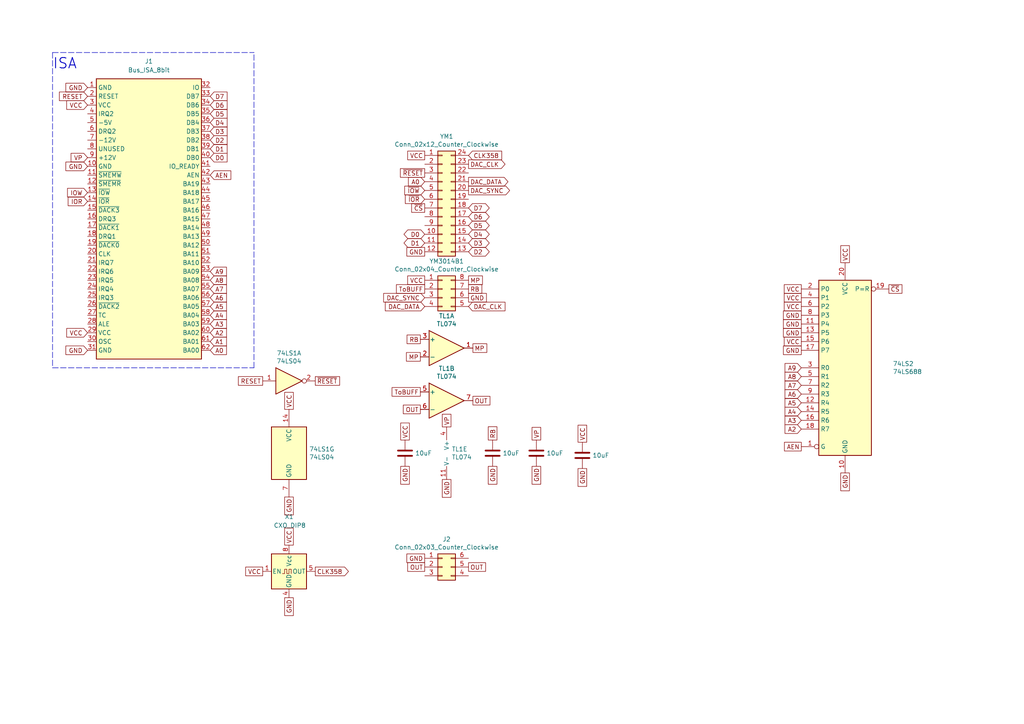
<source format=kicad_sch>
(kicad_sch (version 20211123) (generator eeschema)

  (uuid e63e39d7-6ac0-4ffd-8aa3-1841a4541b55)

  (paper "A4")

  (lib_symbols
    (symbol "74xx:74LS04" (in_bom yes) (on_board yes)
      (property "Reference" "U" (id 0) (at 0 1.27 0)
        (effects (font (size 1.27 1.27)))
      )
      (property "Value" "74LS04" (id 1) (at 0 -1.27 0)
        (effects (font (size 1.27 1.27)))
      )
      (property "Footprint" "" (id 2) (at 0 0 0)
        (effects (font (size 1.27 1.27)) hide)
      )
      (property "Datasheet" "http://www.ti.com/lit/gpn/sn74LS04" (id 3) (at 0 0 0)
        (effects (font (size 1.27 1.27)) hide)
      )
      (property "ki_locked" "" (id 4) (at 0 0 0)
        (effects (font (size 1.27 1.27)))
      )
      (property "ki_keywords" "TTL not inv" (id 5) (at 0 0 0)
        (effects (font (size 1.27 1.27)) hide)
      )
      (property "ki_description" "Hex Inverter" (id 6) (at 0 0 0)
        (effects (font (size 1.27 1.27)) hide)
      )
      (property "ki_fp_filters" "DIP*W7.62mm* SSOP?14* TSSOP?14*" (id 7) (at 0 0 0)
        (effects (font (size 1.27 1.27)) hide)
      )
      (symbol "74LS04_1_0"
        (polyline
          (pts
            (xy -3.81 3.81)
            (xy -3.81 -3.81)
            (xy 3.81 0)
            (xy -3.81 3.81)
          )
          (stroke (width 0.254) (type default) (color 0 0 0 0))
          (fill (type background))
        )
        (pin input line (at -7.62 0 0) (length 3.81)
          (name "~" (effects (font (size 1.27 1.27))))
          (number "1" (effects (font (size 1.27 1.27))))
        )
        (pin output inverted (at 7.62 0 180) (length 3.81)
          (name "~" (effects (font (size 1.27 1.27))))
          (number "2" (effects (font (size 1.27 1.27))))
        )
      )
      (symbol "74LS04_2_0"
        (polyline
          (pts
            (xy -3.81 3.81)
            (xy -3.81 -3.81)
            (xy 3.81 0)
            (xy -3.81 3.81)
          )
          (stroke (width 0.254) (type default) (color 0 0 0 0))
          (fill (type background))
        )
        (pin input line (at -7.62 0 0) (length 3.81)
          (name "~" (effects (font (size 1.27 1.27))))
          (number "3" (effects (font (size 1.27 1.27))))
        )
        (pin output inverted (at 7.62 0 180) (length 3.81)
          (name "~" (effects (font (size 1.27 1.27))))
          (number "4" (effects (font (size 1.27 1.27))))
        )
      )
      (symbol "74LS04_3_0"
        (polyline
          (pts
            (xy -3.81 3.81)
            (xy -3.81 -3.81)
            (xy 3.81 0)
            (xy -3.81 3.81)
          )
          (stroke (width 0.254) (type default) (color 0 0 0 0))
          (fill (type background))
        )
        (pin input line (at -7.62 0 0) (length 3.81)
          (name "~" (effects (font (size 1.27 1.27))))
          (number "5" (effects (font (size 1.27 1.27))))
        )
        (pin output inverted (at 7.62 0 180) (length 3.81)
          (name "~" (effects (font (size 1.27 1.27))))
          (number "6" (effects (font (size 1.27 1.27))))
        )
      )
      (symbol "74LS04_4_0"
        (polyline
          (pts
            (xy -3.81 3.81)
            (xy -3.81 -3.81)
            (xy 3.81 0)
            (xy -3.81 3.81)
          )
          (stroke (width 0.254) (type default) (color 0 0 0 0))
          (fill (type background))
        )
        (pin output inverted (at 7.62 0 180) (length 3.81)
          (name "~" (effects (font (size 1.27 1.27))))
          (number "8" (effects (font (size 1.27 1.27))))
        )
        (pin input line (at -7.62 0 0) (length 3.81)
          (name "~" (effects (font (size 1.27 1.27))))
          (number "9" (effects (font (size 1.27 1.27))))
        )
      )
      (symbol "74LS04_5_0"
        (polyline
          (pts
            (xy -3.81 3.81)
            (xy -3.81 -3.81)
            (xy 3.81 0)
            (xy -3.81 3.81)
          )
          (stroke (width 0.254) (type default) (color 0 0 0 0))
          (fill (type background))
        )
        (pin output inverted (at 7.62 0 180) (length 3.81)
          (name "~" (effects (font (size 1.27 1.27))))
          (number "10" (effects (font (size 1.27 1.27))))
        )
        (pin input line (at -7.62 0 0) (length 3.81)
          (name "~" (effects (font (size 1.27 1.27))))
          (number "11" (effects (font (size 1.27 1.27))))
        )
      )
      (symbol "74LS04_6_0"
        (polyline
          (pts
            (xy -3.81 3.81)
            (xy -3.81 -3.81)
            (xy 3.81 0)
            (xy -3.81 3.81)
          )
          (stroke (width 0.254) (type default) (color 0 0 0 0))
          (fill (type background))
        )
        (pin output inverted (at 7.62 0 180) (length 3.81)
          (name "~" (effects (font (size 1.27 1.27))))
          (number "12" (effects (font (size 1.27 1.27))))
        )
        (pin input line (at -7.62 0 0) (length 3.81)
          (name "~" (effects (font (size 1.27 1.27))))
          (number "13" (effects (font (size 1.27 1.27))))
        )
      )
      (symbol "74LS04_7_0"
        (pin power_in line (at 0 12.7 270) (length 5.08)
          (name "VCC" (effects (font (size 1.27 1.27))))
          (number "14" (effects (font (size 1.27 1.27))))
        )
        (pin power_in line (at 0 -12.7 90) (length 5.08)
          (name "GND" (effects (font (size 1.27 1.27))))
          (number "7" (effects (font (size 1.27 1.27))))
        )
      )
      (symbol "74LS04_7_1"
        (rectangle (start -5.08 7.62) (end 5.08 -7.62)
          (stroke (width 0.254) (type default) (color 0 0 0 0))
          (fill (type background))
        )
      )
    )
    (symbol "74xx:74LS688" (in_bom yes) (on_board yes)
      (property "Reference" "U" (id 0) (at -7.62 26.67 0)
        (effects (font (size 1.27 1.27)))
      )
      (property "Value" "74LS688" (id 1) (at -7.62 -26.67 0)
        (effects (font (size 1.27 1.27)))
      )
      (property "Footprint" "" (id 2) (at 0 0 0)
        (effects (font (size 1.27 1.27)) hide)
      )
      (property "Datasheet" "http://www.ti.com/lit/gpn/sn74LS688" (id 3) (at 0 0 0)
        (effects (font (size 1.27 1.27)) hide)
      )
      (property "ki_keywords" "TTL DECOD Arith" (id 4) (at 0 0 0)
        (effects (font (size 1.27 1.27)) hide)
      )
      (property "ki_description" "8-bit magnitude comparator" (id 5) (at 0 0 0)
        (effects (font (size 1.27 1.27)) hide)
      )
      (property "ki_fp_filters" "DIP?20* SOIC?20* SO?20* TSSOP?20*" (id 6) (at 0 0 0)
        (effects (font (size 1.27 1.27)) hide)
      )
      (symbol "74LS688_1_0"
        (pin input inverted (at -12.7 -22.86 0) (length 5.08)
          (name "G" (effects (font (size 1.27 1.27))))
          (number "1" (effects (font (size 1.27 1.27))))
        )
        (pin power_in line (at 0 -30.48 90) (length 5.08)
          (name "GND" (effects (font (size 1.27 1.27))))
          (number "10" (effects (font (size 1.27 1.27))))
        )
        (pin input line (at -12.7 12.7 0) (length 5.08)
          (name "P4" (effects (font (size 1.27 1.27))))
          (number "11" (effects (font (size 1.27 1.27))))
        )
        (pin input line (at -12.7 -10.16 0) (length 5.08)
          (name "R4" (effects (font (size 1.27 1.27))))
          (number "12" (effects (font (size 1.27 1.27))))
        )
        (pin input line (at -12.7 10.16 0) (length 5.08)
          (name "P5" (effects (font (size 1.27 1.27))))
          (number "13" (effects (font (size 1.27 1.27))))
        )
        (pin input line (at -12.7 -12.7 0) (length 5.08)
          (name "R5" (effects (font (size 1.27 1.27))))
          (number "14" (effects (font (size 1.27 1.27))))
        )
        (pin input line (at -12.7 7.62 0) (length 5.08)
          (name "P6" (effects (font (size 1.27 1.27))))
          (number "15" (effects (font (size 1.27 1.27))))
        )
        (pin input line (at -12.7 -15.24 0) (length 5.08)
          (name "R6" (effects (font (size 1.27 1.27))))
          (number "16" (effects (font (size 1.27 1.27))))
        )
        (pin input line (at -12.7 5.08 0) (length 5.08)
          (name "P7" (effects (font (size 1.27 1.27))))
          (number "17" (effects (font (size 1.27 1.27))))
        )
        (pin input line (at -12.7 -17.78 0) (length 5.08)
          (name "R7" (effects (font (size 1.27 1.27))))
          (number "18" (effects (font (size 1.27 1.27))))
        )
        (pin output inverted (at 12.7 22.86 180) (length 5.08)
          (name "P=R" (effects (font (size 1.27 1.27))))
          (number "19" (effects (font (size 1.27 1.27))))
        )
        (pin input line (at -12.7 22.86 0) (length 5.08)
          (name "P0" (effects (font (size 1.27 1.27))))
          (number "2" (effects (font (size 1.27 1.27))))
        )
        (pin power_in line (at 0 30.48 270) (length 5.08)
          (name "VCC" (effects (font (size 1.27 1.27))))
          (number "20" (effects (font (size 1.27 1.27))))
        )
        (pin input line (at -12.7 0 0) (length 5.08)
          (name "R0" (effects (font (size 1.27 1.27))))
          (number "3" (effects (font (size 1.27 1.27))))
        )
        (pin input line (at -12.7 20.32 0) (length 5.08)
          (name "P1" (effects (font (size 1.27 1.27))))
          (number "4" (effects (font (size 1.27 1.27))))
        )
        (pin input line (at -12.7 -2.54 0) (length 5.08)
          (name "R1" (effects (font (size 1.27 1.27))))
          (number "5" (effects (font (size 1.27 1.27))))
        )
        (pin input line (at -12.7 17.78 0) (length 5.08)
          (name "P2" (effects (font (size 1.27 1.27))))
          (number "6" (effects (font (size 1.27 1.27))))
        )
        (pin input line (at -12.7 -5.08 0) (length 5.08)
          (name "R2" (effects (font (size 1.27 1.27))))
          (number "7" (effects (font (size 1.27 1.27))))
        )
        (pin input line (at -12.7 15.24 0) (length 5.08)
          (name "P3" (effects (font (size 1.27 1.27))))
          (number "8" (effects (font (size 1.27 1.27))))
        )
        (pin input line (at -12.7 -7.62 0) (length 5.08)
          (name "R3" (effects (font (size 1.27 1.27))))
          (number "9" (effects (font (size 1.27 1.27))))
        )
      )
      (symbol "74LS688_1_1"
        (rectangle (start -7.62 25.4) (end 7.62 -25.4)
          (stroke (width 0.254) (type default) (color 0 0 0 0))
          (fill (type background))
        )
      )
    )
    (symbol "Amplifier_Operational:TL074" (pin_names (offset 0.127)) (in_bom yes) (on_board yes)
      (property "Reference" "U" (id 0) (at 0 5.08 0)
        (effects (font (size 1.27 1.27)) (justify left))
      )
      (property "Value" "TL074" (id 1) (at 0 -5.08 0)
        (effects (font (size 1.27 1.27)) (justify left))
      )
      (property "Footprint" "" (id 2) (at -1.27 2.54 0)
        (effects (font (size 1.27 1.27)) hide)
      )
      (property "Datasheet" "http://www.ti.com/lit/ds/symlink/tl071.pdf" (id 3) (at 1.27 5.08 0)
        (effects (font (size 1.27 1.27)) hide)
      )
      (property "ki_locked" "" (id 4) (at 0 0 0)
        (effects (font (size 1.27 1.27)))
      )
      (property "ki_keywords" "quad opamp" (id 5) (at 0 0 0)
        (effects (font (size 1.27 1.27)) hide)
      )
      (property "ki_description" "Quad Low-Noise JFET-Input Operational Amplifiers, DIP-14/SOIC-14" (id 6) (at 0 0 0)
        (effects (font (size 1.27 1.27)) hide)
      )
      (property "ki_fp_filters" "SOIC*3.9x8.7mm*P1.27mm* DIP*W7.62mm* TSSOP*4.4x5mm*P0.65mm* SSOP*5.3x6.2mm*P0.65mm* MSOP*3x3mm*P0.5mm*" (id 7) (at 0 0 0)
        (effects (font (size 1.27 1.27)) hide)
      )
      (symbol "TL074_1_1"
        (polyline
          (pts
            (xy -5.08 5.08)
            (xy 5.08 0)
            (xy -5.08 -5.08)
            (xy -5.08 5.08)
          )
          (stroke (width 0.254) (type default) (color 0 0 0 0))
          (fill (type background))
        )
        (pin output line (at 7.62 0 180) (length 2.54)
          (name "~" (effects (font (size 1.27 1.27))))
          (number "1" (effects (font (size 1.27 1.27))))
        )
        (pin input line (at -7.62 -2.54 0) (length 2.54)
          (name "-" (effects (font (size 1.27 1.27))))
          (number "2" (effects (font (size 1.27 1.27))))
        )
        (pin input line (at -7.62 2.54 0) (length 2.54)
          (name "+" (effects (font (size 1.27 1.27))))
          (number "3" (effects (font (size 1.27 1.27))))
        )
      )
      (symbol "TL074_2_1"
        (polyline
          (pts
            (xy -5.08 5.08)
            (xy 5.08 0)
            (xy -5.08 -5.08)
            (xy -5.08 5.08)
          )
          (stroke (width 0.254) (type default) (color 0 0 0 0))
          (fill (type background))
        )
        (pin input line (at -7.62 2.54 0) (length 2.54)
          (name "+" (effects (font (size 1.27 1.27))))
          (number "5" (effects (font (size 1.27 1.27))))
        )
        (pin input line (at -7.62 -2.54 0) (length 2.54)
          (name "-" (effects (font (size 1.27 1.27))))
          (number "6" (effects (font (size 1.27 1.27))))
        )
        (pin output line (at 7.62 0 180) (length 2.54)
          (name "~" (effects (font (size 1.27 1.27))))
          (number "7" (effects (font (size 1.27 1.27))))
        )
      )
      (symbol "TL074_3_1"
        (polyline
          (pts
            (xy -5.08 5.08)
            (xy 5.08 0)
            (xy -5.08 -5.08)
            (xy -5.08 5.08)
          )
          (stroke (width 0.254) (type default) (color 0 0 0 0))
          (fill (type background))
        )
        (pin input line (at -7.62 2.54 0) (length 2.54)
          (name "+" (effects (font (size 1.27 1.27))))
          (number "10" (effects (font (size 1.27 1.27))))
        )
        (pin output line (at 7.62 0 180) (length 2.54)
          (name "~" (effects (font (size 1.27 1.27))))
          (number "8" (effects (font (size 1.27 1.27))))
        )
        (pin input line (at -7.62 -2.54 0) (length 2.54)
          (name "-" (effects (font (size 1.27 1.27))))
          (number "9" (effects (font (size 1.27 1.27))))
        )
      )
      (symbol "TL074_4_1"
        (polyline
          (pts
            (xy -5.08 5.08)
            (xy 5.08 0)
            (xy -5.08 -5.08)
            (xy -5.08 5.08)
          )
          (stroke (width 0.254) (type default) (color 0 0 0 0))
          (fill (type background))
        )
        (pin input line (at -7.62 2.54 0) (length 2.54)
          (name "+" (effects (font (size 1.27 1.27))))
          (number "12" (effects (font (size 1.27 1.27))))
        )
        (pin input line (at -7.62 -2.54 0) (length 2.54)
          (name "-" (effects (font (size 1.27 1.27))))
          (number "13" (effects (font (size 1.27 1.27))))
        )
        (pin output line (at 7.62 0 180) (length 2.54)
          (name "~" (effects (font (size 1.27 1.27))))
          (number "14" (effects (font (size 1.27 1.27))))
        )
      )
      (symbol "TL074_5_1"
        (pin power_in line (at -2.54 -7.62 90) (length 3.81)
          (name "V-" (effects (font (size 1.27 1.27))))
          (number "11" (effects (font (size 1.27 1.27))))
        )
        (pin power_in line (at -2.54 7.62 270) (length 3.81)
          (name "V+" (effects (font (size 1.27 1.27))))
          (number "4" (effects (font (size 1.27 1.27))))
        )
      )
    )
    (symbol "Connector:Bus_ISA_8bit" (in_bom yes) (on_board yes)
      (property "Reference" "J" (id 0) (at 0 42.545 0)
        (effects (font (size 1.27 1.27)))
      )
      (property "Value" "Bus_ISA_8bit" (id 1) (at 0 -42.545 0)
        (effects (font (size 1.27 1.27)))
      )
      (property "Footprint" "" (id 2) (at 0 0 0)
        (effects (font (size 1.27 1.27)) hide)
      )
      (property "Datasheet" "https://en.wikipedia.org/wiki/Industry_Standard_Architecture" (id 3) (at 0 0 0)
        (effects (font (size 1.27 1.27)) hide)
      )
      (property "ki_keywords" "ISA" (id 4) (at 0 0 0)
        (effects (font (size 1.27 1.27)) hide)
      )
      (property "ki_description" "8-bit ISA-PC bus connector" (id 5) (at 0 0 0)
        (effects (font (size 1.27 1.27)) hide)
      )
      (symbol "Bus_ISA_8bit_0_1"
        (rectangle (start -15.24 -40.64) (end 15.24 40.64)
          (stroke (width 0.254) (type default) (color 0 0 0 0))
          (fill (type background))
        )
      )
      (symbol "Bus_ISA_8bit_1_1"
        (pin power_in line (at -17.78 38.1 0) (length 2.54)
          (name "GND" (effects (font (size 1.27 1.27))))
          (number "1" (effects (font (size 1.27 1.27))))
        )
        (pin power_in line (at -17.78 15.24 0) (length 2.54)
          (name "GND" (effects (font (size 1.27 1.27))))
          (number "10" (effects (font (size 1.27 1.27))))
        )
        (pin output line (at -17.78 12.7 0) (length 2.54)
          (name "~{SMEMW}" (effects (font (size 1.27 1.27))))
          (number "11" (effects (font (size 1.27 1.27))))
        )
        (pin output line (at -17.78 10.16 0) (length 2.54)
          (name "~{SMEMR}" (effects (font (size 1.27 1.27))))
          (number "12" (effects (font (size 1.27 1.27))))
        )
        (pin output line (at -17.78 7.62 0) (length 2.54)
          (name "~{IOW}" (effects (font (size 1.27 1.27))))
          (number "13" (effects (font (size 1.27 1.27))))
        )
        (pin output line (at -17.78 5.08 0) (length 2.54)
          (name "~{IOR}" (effects (font (size 1.27 1.27))))
          (number "14" (effects (font (size 1.27 1.27))))
        )
        (pin passive line (at -17.78 2.54 0) (length 2.54)
          (name "~{DACK3}" (effects (font (size 1.27 1.27))))
          (number "15" (effects (font (size 1.27 1.27))))
        )
        (pin passive line (at -17.78 0 0) (length 2.54)
          (name "DRQ3" (effects (font (size 1.27 1.27))))
          (number "16" (effects (font (size 1.27 1.27))))
        )
        (pin passive line (at -17.78 -2.54 0) (length 2.54)
          (name "~{DACK1}" (effects (font (size 1.27 1.27))))
          (number "17" (effects (font (size 1.27 1.27))))
        )
        (pin passive line (at -17.78 -5.08 0) (length 2.54)
          (name "DRQ1" (effects (font (size 1.27 1.27))))
          (number "18" (effects (font (size 1.27 1.27))))
        )
        (pin passive line (at -17.78 -7.62 0) (length 2.54)
          (name "~{DACK0}" (effects (font (size 1.27 1.27))))
          (number "19" (effects (font (size 1.27 1.27))))
        )
        (pin output line (at -17.78 35.56 0) (length 2.54)
          (name "RESET" (effects (font (size 1.27 1.27))))
          (number "2" (effects (font (size 1.27 1.27))))
        )
        (pin output line (at -17.78 -10.16 0) (length 2.54)
          (name "CLK" (effects (font (size 1.27 1.27))))
          (number "20" (effects (font (size 1.27 1.27))))
        )
        (pin passive line (at -17.78 -12.7 0) (length 2.54)
          (name "IRQ7" (effects (font (size 1.27 1.27))))
          (number "21" (effects (font (size 1.27 1.27))))
        )
        (pin passive line (at -17.78 -15.24 0) (length 2.54)
          (name "IRQ6" (effects (font (size 1.27 1.27))))
          (number "22" (effects (font (size 1.27 1.27))))
        )
        (pin passive line (at -17.78 -17.78 0) (length 2.54)
          (name "IRQ5" (effects (font (size 1.27 1.27))))
          (number "23" (effects (font (size 1.27 1.27))))
        )
        (pin passive line (at -17.78 -20.32 0) (length 2.54)
          (name "IRQ4" (effects (font (size 1.27 1.27))))
          (number "24" (effects (font (size 1.27 1.27))))
        )
        (pin passive line (at -17.78 -22.86 0) (length 2.54)
          (name "IRQ3" (effects (font (size 1.27 1.27))))
          (number "25" (effects (font (size 1.27 1.27))))
        )
        (pin passive line (at -17.78 -25.4 0) (length 2.54)
          (name "~{DACK2}" (effects (font (size 1.27 1.27))))
          (number "26" (effects (font (size 1.27 1.27))))
        )
        (pin passive line (at -17.78 -27.94 0) (length 2.54)
          (name "TC" (effects (font (size 1.27 1.27))))
          (number "27" (effects (font (size 1.27 1.27))))
        )
        (pin output line (at -17.78 -30.48 0) (length 2.54)
          (name "ALE" (effects (font (size 1.27 1.27))))
          (number "28" (effects (font (size 1.27 1.27))))
        )
        (pin power_in line (at -17.78 -33.02 0) (length 2.54)
          (name "VCC" (effects (font (size 1.27 1.27))))
          (number "29" (effects (font (size 1.27 1.27))))
        )
        (pin power_in line (at -17.78 33.02 0) (length 2.54)
          (name "VCC" (effects (font (size 1.27 1.27))))
          (number "3" (effects (font (size 1.27 1.27))))
        )
        (pin output line (at -17.78 -35.56 0) (length 2.54)
          (name "OSC" (effects (font (size 1.27 1.27))))
          (number "30" (effects (font (size 1.27 1.27))))
        )
        (pin power_in line (at -17.78 -38.1 0) (length 2.54)
          (name "GND" (effects (font (size 1.27 1.27))))
          (number "31" (effects (font (size 1.27 1.27))))
        )
        (pin passive line (at 17.78 38.1 180) (length 2.54)
          (name "IO" (effects (font (size 1.27 1.27))))
          (number "32" (effects (font (size 1.27 1.27))))
        )
        (pin tri_state line (at 17.78 35.56 180) (length 2.54)
          (name "DB7" (effects (font (size 1.27 1.27))))
          (number "33" (effects (font (size 1.27 1.27))))
        )
        (pin tri_state line (at 17.78 33.02 180) (length 2.54)
          (name "DB6" (effects (font (size 1.27 1.27))))
          (number "34" (effects (font (size 1.27 1.27))))
        )
        (pin tri_state line (at 17.78 30.48 180) (length 2.54)
          (name "DB5" (effects (font (size 1.27 1.27))))
          (number "35" (effects (font (size 1.27 1.27))))
        )
        (pin tri_state line (at 17.78 27.94 180) (length 2.54)
          (name "DB4" (effects (font (size 1.27 1.27))))
          (number "36" (effects (font (size 1.27 1.27))))
        )
        (pin tri_state line (at 17.78 25.4 180) (length 2.54)
          (name "DB3" (effects (font (size 1.27 1.27))))
          (number "37" (effects (font (size 1.27 1.27))))
        )
        (pin tri_state line (at 17.78 22.86 180) (length 2.54)
          (name "DB2" (effects (font (size 1.27 1.27))))
          (number "38" (effects (font (size 1.27 1.27))))
        )
        (pin tri_state line (at 17.78 20.32 180) (length 2.54)
          (name "DB1" (effects (font (size 1.27 1.27))))
          (number "39" (effects (font (size 1.27 1.27))))
        )
        (pin passive line (at -17.78 30.48 0) (length 2.54)
          (name "IRQ2" (effects (font (size 1.27 1.27))))
          (number "4" (effects (font (size 1.27 1.27))))
        )
        (pin tri_state line (at 17.78 17.78 180) (length 2.54)
          (name "DB0" (effects (font (size 1.27 1.27))))
          (number "40" (effects (font (size 1.27 1.27))))
        )
        (pin passive line (at 17.78 15.24 180) (length 2.54)
          (name "IO_READY" (effects (font (size 1.27 1.27))))
          (number "41" (effects (font (size 1.27 1.27))))
        )
        (pin output line (at 17.78 12.7 180) (length 2.54)
          (name "AEN" (effects (font (size 1.27 1.27))))
          (number "42" (effects (font (size 1.27 1.27))))
        )
        (pin tri_state line (at 17.78 10.16 180) (length 2.54)
          (name "BA19" (effects (font (size 1.27 1.27))))
          (number "43" (effects (font (size 1.27 1.27))))
        )
        (pin tri_state line (at 17.78 7.62 180) (length 2.54)
          (name "BA18" (effects (font (size 1.27 1.27))))
          (number "44" (effects (font (size 1.27 1.27))))
        )
        (pin tri_state line (at 17.78 5.08 180) (length 2.54)
          (name "BA17" (effects (font (size 1.27 1.27))))
          (number "45" (effects (font (size 1.27 1.27))))
        )
        (pin tri_state line (at 17.78 2.54 180) (length 2.54)
          (name "BA16" (effects (font (size 1.27 1.27))))
          (number "46" (effects (font (size 1.27 1.27))))
        )
        (pin tri_state line (at 17.78 0 180) (length 2.54)
          (name "BA15" (effects (font (size 1.27 1.27))))
          (number "47" (effects (font (size 1.27 1.27))))
        )
        (pin tri_state line (at 17.78 -2.54 180) (length 2.54)
          (name "BA14" (effects (font (size 1.27 1.27))))
          (number "48" (effects (font (size 1.27 1.27))))
        )
        (pin tri_state line (at 17.78 -5.08 180) (length 2.54)
          (name "BA13" (effects (font (size 1.27 1.27))))
          (number "49" (effects (font (size 1.27 1.27))))
        )
        (pin power_in line (at -17.78 27.94 0) (length 2.54)
          (name "-5V" (effects (font (size 1.27 1.27))))
          (number "5" (effects (font (size 1.27 1.27))))
        )
        (pin tri_state line (at 17.78 -7.62 180) (length 2.54)
          (name "BA12" (effects (font (size 1.27 1.27))))
          (number "50" (effects (font (size 1.27 1.27))))
        )
        (pin tri_state line (at 17.78 -10.16 180) (length 2.54)
          (name "BA11" (effects (font (size 1.27 1.27))))
          (number "51" (effects (font (size 1.27 1.27))))
        )
        (pin tri_state line (at 17.78 -12.7 180) (length 2.54)
          (name "BA10" (effects (font (size 1.27 1.27))))
          (number "52" (effects (font (size 1.27 1.27))))
        )
        (pin tri_state line (at 17.78 -15.24 180) (length 2.54)
          (name "BA09" (effects (font (size 1.27 1.27))))
          (number "53" (effects (font (size 1.27 1.27))))
        )
        (pin tri_state line (at 17.78 -17.78 180) (length 2.54)
          (name "BA08" (effects (font (size 1.27 1.27))))
          (number "54" (effects (font (size 1.27 1.27))))
        )
        (pin tri_state line (at 17.78 -20.32 180) (length 2.54)
          (name "BA07" (effects (font (size 1.27 1.27))))
          (number "55" (effects (font (size 1.27 1.27))))
        )
        (pin tri_state line (at 17.78 -22.86 180) (length 2.54)
          (name "BA06" (effects (font (size 1.27 1.27))))
          (number "56" (effects (font (size 1.27 1.27))))
        )
        (pin tri_state line (at 17.78 -25.4 180) (length 2.54)
          (name "BA05" (effects (font (size 1.27 1.27))))
          (number "57" (effects (font (size 1.27 1.27))))
        )
        (pin tri_state line (at 17.78 -27.94 180) (length 2.54)
          (name "BA04" (effects (font (size 1.27 1.27))))
          (number "58" (effects (font (size 1.27 1.27))))
        )
        (pin tri_state line (at 17.78 -30.48 180) (length 2.54)
          (name "BA03" (effects (font (size 1.27 1.27))))
          (number "59" (effects (font (size 1.27 1.27))))
        )
        (pin passive line (at -17.78 25.4 0) (length 2.54)
          (name "DRQ2" (effects (font (size 1.27 1.27))))
          (number "6" (effects (font (size 1.27 1.27))))
        )
        (pin tri_state line (at 17.78 -33.02 180) (length 2.54)
          (name "BA02" (effects (font (size 1.27 1.27))))
          (number "60" (effects (font (size 1.27 1.27))))
        )
        (pin tri_state line (at 17.78 -35.56 180) (length 2.54)
          (name "BA01" (effects (font (size 1.27 1.27))))
          (number "61" (effects (font (size 1.27 1.27))))
        )
        (pin tri_state line (at 17.78 -38.1 180) (length 2.54)
          (name "BA00" (effects (font (size 1.27 1.27))))
          (number "62" (effects (font (size 1.27 1.27))))
        )
        (pin power_in line (at -17.78 22.86 0) (length 2.54)
          (name "-12V" (effects (font (size 1.27 1.27))))
          (number "7" (effects (font (size 1.27 1.27))))
        )
        (pin passive line (at -17.78 20.32 0) (length 2.54)
          (name "UNUSED" (effects (font (size 1.27 1.27))))
          (number "8" (effects (font (size 1.27 1.27))))
        )
        (pin power_in line (at -17.78 17.78 0) (length 2.54)
          (name "+12V" (effects (font (size 1.27 1.27))))
          (number "9" (effects (font (size 1.27 1.27))))
        )
      )
    )
    (symbol "Connector_Generic:Conn_02x03_Counter_Clockwise" (pin_names (offset 1.016) hide) (in_bom yes) (on_board yes)
      (property "Reference" "J" (id 0) (at 1.27 5.08 0)
        (effects (font (size 1.27 1.27)))
      )
      (property "Value" "Conn_02x03_Counter_Clockwise" (id 1) (at 1.27 -5.08 0)
        (effects (font (size 1.27 1.27)))
      )
      (property "Footprint" "" (id 2) (at 0 0 0)
        (effects (font (size 1.27 1.27)) hide)
      )
      (property "Datasheet" "~" (id 3) (at 0 0 0)
        (effects (font (size 1.27 1.27)) hide)
      )
      (property "ki_keywords" "connector" (id 4) (at 0 0 0)
        (effects (font (size 1.27 1.27)) hide)
      )
      (property "ki_description" "Generic connector, double row, 02x03, counter clockwise pin numbering scheme (similar to DIP packge numbering), script generated (kicad-library-utils/schlib/autogen/connector/)" (id 5) (at 0 0 0)
        (effects (font (size 1.27 1.27)) hide)
      )
      (property "ki_fp_filters" "Connector*:*_2x??_*" (id 6) (at 0 0 0)
        (effects (font (size 1.27 1.27)) hide)
      )
      (symbol "Conn_02x03_Counter_Clockwise_1_1"
        (rectangle (start -1.27 -2.413) (end 0 -2.667)
          (stroke (width 0.1524) (type default) (color 0 0 0 0))
          (fill (type none))
        )
        (rectangle (start -1.27 0.127) (end 0 -0.127)
          (stroke (width 0.1524) (type default) (color 0 0 0 0))
          (fill (type none))
        )
        (rectangle (start -1.27 2.667) (end 0 2.413)
          (stroke (width 0.1524) (type default) (color 0 0 0 0))
          (fill (type none))
        )
        (rectangle (start -1.27 3.81) (end 3.81 -3.81)
          (stroke (width 0.254) (type default) (color 0 0 0 0))
          (fill (type background))
        )
        (rectangle (start 3.81 -2.413) (end 2.54 -2.667)
          (stroke (width 0.1524) (type default) (color 0 0 0 0))
          (fill (type none))
        )
        (rectangle (start 3.81 0.127) (end 2.54 -0.127)
          (stroke (width 0.1524) (type default) (color 0 0 0 0))
          (fill (type none))
        )
        (rectangle (start 3.81 2.667) (end 2.54 2.413)
          (stroke (width 0.1524) (type default) (color 0 0 0 0))
          (fill (type none))
        )
        (pin passive line (at -5.08 2.54 0) (length 3.81)
          (name "Pin_1" (effects (font (size 1.27 1.27))))
          (number "1" (effects (font (size 1.27 1.27))))
        )
        (pin passive line (at -5.08 0 0) (length 3.81)
          (name "Pin_2" (effects (font (size 1.27 1.27))))
          (number "2" (effects (font (size 1.27 1.27))))
        )
        (pin passive line (at -5.08 -2.54 0) (length 3.81)
          (name "Pin_3" (effects (font (size 1.27 1.27))))
          (number "3" (effects (font (size 1.27 1.27))))
        )
        (pin passive line (at 7.62 -2.54 180) (length 3.81)
          (name "Pin_4" (effects (font (size 1.27 1.27))))
          (number "4" (effects (font (size 1.27 1.27))))
        )
        (pin passive line (at 7.62 0 180) (length 3.81)
          (name "Pin_5" (effects (font (size 1.27 1.27))))
          (number "5" (effects (font (size 1.27 1.27))))
        )
        (pin passive line (at 7.62 2.54 180) (length 3.81)
          (name "Pin_6" (effects (font (size 1.27 1.27))))
          (number "6" (effects (font (size 1.27 1.27))))
        )
      )
    )
    (symbol "Connector_Generic:Conn_02x04_Counter_Clockwise" (pin_names (offset 1.016) hide) (in_bom yes) (on_board yes)
      (property "Reference" "J" (id 0) (at 1.27 5.08 0)
        (effects (font (size 1.27 1.27)))
      )
      (property "Value" "Conn_02x04_Counter_Clockwise" (id 1) (at 1.27 -7.62 0)
        (effects (font (size 1.27 1.27)))
      )
      (property "Footprint" "" (id 2) (at 0 0 0)
        (effects (font (size 1.27 1.27)) hide)
      )
      (property "Datasheet" "~" (id 3) (at 0 0 0)
        (effects (font (size 1.27 1.27)) hide)
      )
      (property "ki_keywords" "connector" (id 4) (at 0 0 0)
        (effects (font (size 1.27 1.27)) hide)
      )
      (property "ki_description" "Generic connector, double row, 02x04, counter clockwise pin numbering scheme (similar to DIP packge numbering), script generated (kicad-library-utils/schlib/autogen/connector/)" (id 5) (at 0 0 0)
        (effects (font (size 1.27 1.27)) hide)
      )
      (property "ki_fp_filters" "Connector*:*_2x??_*" (id 6) (at 0 0 0)
        (effects (font (size 1.27 1.27)) hide)
      )
      (symbol "Conn_02x04_Counter_Clockwise_1_1"
        (rectangle (start -1.27 -4.953) (end 0 -5.207)
          (stroke (width 0.1524) (type default) (color 0 0 0 0))
          (fill (type none))
        )
        (rectangle (start -1.27 -2.413) (end 0 -2.667)
          (stroke (width 0.1524) (type default) (color 0 0 0 0))
          (fill (type none))
        )
        (rectangle (start -1.27 0.127) (end 0 -0.127)
          (stroke (width 0.1524) (type default) (color 0 0 0 0))
          (fill (type none))
        )
        (rectangle (start -1.27 2.667) (end 0 2.413)
          (stroke (width 0.1524) (type default) (color 0 0 0 0))
          (fill (type none))
        )
        (rectangle (start -1.27 3.81) (end 3.81 -6.35)
          (stroke (width 0.254) (type default) (color 0 0 0 0))
          (fill (type background))
        )
        (rectangle (start 3.81 -4.953) (end 2.54 -5.207)
          (stroke (width 0.1524) (type default) (color 0 0 0 0))
          (fill (type none))
        )
        (rectangle (start 3.81 -2.413) (end 2.54 -2.667)
          (stroke (width 0.1524) (type default) (color 0 0 0 0))
          (fill (type none))
        )
        (rectangle (start 3.81 0.127) (end 2.54 -0.127)
          (stroke (width 0.1524) (type default) (color 0 0 0 0))
          (fill (type none))
        )
        (rectangle (start 3.81 2.667) (end 2.54 2.413)
          (stroke (width 0.1524) (type default) (color 0 0 0 0))
          (fill (type none))
        )
        (pin passive line (at -5.08 2.54 0) (length 3.81)
          (name "Pin_1" (effects (font (size 1.27 1.27))))
          (number "1" (effects (font (size 1.27 1.27))))
        )
        (pin passive line (at -5.08 0 0) (length 3.81)
          (name "Pin_2" (effects (font (size 1.27 1.27))))
          (number "2" (effects (font (size 1.27 1.27))))
        )
        (pin passive line (at -5.08 -2.54 0) (length 3.81)
          (name "Pin_3" (effects (font (size 1.27 1.27))))
          (number "3" (effects (font (size 1.27 1.27))))
        )
        (pin passive line (at -5.08 -5.08 0) (length 3.81)
          (name "Pin_4" (effects (font (size 1.27 1.27))))
          (number "4" (effects (font (size 1.27 1.27))))
        )
        (pin passive line (at 7.62 -5.08 180) (length 3.81)
          (name "Pin_5" (effects (font (size 1.27 1.27))))
          (number "5" (effects (font (size 1.27 1.27))))
        )
        (pin passive line (at 7.62 -2.54 180) (length 3.81)
          (name "Pin_6" (effects (font (size 1.27 1.27))))
          (number "6" (effects (font (size 1.27 1.27))))
        )
        (pin passive line (at 7.62 0 180) (length 3.81)
          (name "Pin_7" (effects (font (size 1.27 1.27))))
          (number "7" (effects (font (size 1.27 1.27))))
        )
        (pin passive line (at 7.62 2.54 180) (length 3.81)
          (name "Pin_8" (effects (font (size 1.27 1.27))))
          (number "8" (effects (font (size 1.27 1.27))))
        )
      )
    )
    (symbol "Connector_Generic:Conn_02x12_Counter_Clockwise" (pin_names (offset 1.016) hide) (in_bom yes) (on_board yes)
      (property "Reference" "J" (id 0) (at 1.27 15.24 0)
        (effects (font (size 1.27 1.27)))
      )
      (property "Value" "Conn_02x12_Counter_Clockwise" (id 1) (at 1.27 -17.78 0)
        (effects (font (size 1.27 1.27)))
      )
      (property "Footprint" "" (id 2) (at 0 0 0)
        (effects (font (size 1.27 1.27)) hide)
      )
      (property "Datasheet" "~" (id 3) (at 0 0 0)
        (effects (font (size 1.27 1.27)) hide)
      )
      (property "ki_keywords" "connector" (id 4) (at 0 0 0)
        (effects (font (size 1.27 1.27)) hide)
      )
      (property "ki_description" "Generic connector, double row, 02x12, counter clockwise pin numbering scheme (similar to DIP packge numbering), script generated (kicad-library-utils/schlib/autogen/connector/)" (id 5) (at 0 0 0)
        (effects (font (size 1.27 1.27)) hide)
      )
      (property "ki_fp_filters" "Connector*:*_2x??_*" (id 6) (at 0 0 0)
        (effects (font (size 1.27 1.27)) hide)
      )
      (symbol "Conn_02x12_Counter_Clockwise_1_1"
        (rectangle (start -1.27 -15.113) (end 0 -15.367)
          (stroke (width 0.1524) (type default) (color 0 0 0 0))
          (fill (type none))
        )
        (rectangle (start -1.27 -12.573) (end 0 -12.827)
          (stroke (width 0.1524) (type default) (color 0 0 0 0))
          (fill (type none))
        )
        (rectangle (start -1.27 -10.033) (end 0 -10.287)
          (stroke (width 0.1524) (type default) (color 0 0 0 0))
          (fill (type none))
        )
        (rectangle (start -1.27 -7.493) (end 0 -7.747)
          (stroke (width 0.1524) (type default) (color 0 0 0 0))
          (fill (type none))
        )
        (rectangle (start -1.27 -4.953) (end 0 -5.207)
          (stroke (width 0.1524) (type default) (color 0 0 0 0))
          (fill (type none))
        )
        (rectangle (start -1.27 -2.413) (end 0 -2.667)
          (stroke (width 0.1524) (type default) (color 0 0 0 0))
          (fill (type none))
        )
        (rectangle (start -1.27 0.127) (end 0 -0.127)
          (stroke (width 0.1524) (type default) (color 0 0 0 0))
          (fill (type none))
        )
        (rectangle (start -1.27 2.667) (end 0 2.413)
          (stroke (width 0.1524) (type default) (color 0 0 0 0))
          (fill (type none))
        )
        (rectangle (start -1.27 5.207) (end 0 4.953)
          (stroke (width 0.1524) (type default) (color 0 0 0 0))
          (fill (type none))
        )
        (rectangle (start -1.27 7.747) (end 0 7.493)
          (stroke (width 0.1524) (type default) (color 0 0 0 0))
          (fill (type none))
        )
        (rectangle (start -1.27 10.287) (end 0 10.033)
          (stroke (width 0.1524) (type default) (color 0 0 0 0))
          (fill (type none))
        )
        (rectangle (start -1.27 12.827) (end 0 12.573)
          (stroke (width 0.1524) (type default) (color 0 0 0 0))
          (fill (type none))
        )
        (rectangle (start -1.27 13.97) (end 3.81 -16.51)
          (stroke (width 0.254) (type default) (color 0 0 0 0))
          (fill (type background))
        )
        (rectangle (start 3.81 -15.113) (end 2.54 -15.367)
          (stroke (width 0.1524) (type default) (color 0 0 0 0))
          (fill (type none))
        )
        (rectangle (start 3.81 -12.573) (end 2.54 -12.827)
          (stroke (width 0.1524) (type default) (color 0 0 0 0))
          (fill (type none))
        )
        (rectangle (start 3.81 -10.033) (end 2.54 -10.287)
          (stroke (width 0.1524) (type default) (color 0 0 0 0))
          (fill (type none))
        )
        (rectangle (start 3.81 -7.493) (end 2.54 -7.747)
          (stroke (width 0.1524) (type default) (color 0 0 0 0))
          (fill (type none))
        )
        (rectangle (start 3.81 -4.953) (end 2.54 -5.207)
          (stroke (width 0.1524) (type default) (color 0 0 0 0))
          (fill (type none))
        )
        (rectangle (start 3.81 -2.413) (end 2.54 -2.667)
          (stroke (width 0.1524) (type default) (color 0 0 0 0))
          (fill (type none))
        )
        (rectangle (start 3.81 0.127) (end 2.54 -0.127)
          (stroke (width 0.1524) (type default) (color 0 0 0 0))
          (fill (type none))
        )
        (rectangle (start 3.81 2.667) (end 2.54 2.413)
          (stroke (width 0.1524) (type default) (color 0 0 0 0))
          (fill (type none))
        )
        (rectangle (start 3.81 5.207) (end 2.54 4.953)
          (stroke (width 0.1524) (type default) (color 0 0 0 0))
          (fill (type none))
        )
        (rectangle (start 3.81 7.747) (end 2.54 7.493)
          (stroke (width 0.1524) (type default) (color 0 0 0 0))
          (fill (type none))
        )
        (rectangle (start 3.81 10.287) (end 2.54 10.033)
          (stroke (width 0.1524) (type default) (color 0 0 0 0))
          (fill (type none))
        )
        (rectangle (start 3.81 12.827) (end 2.54 12.573)
          (stroke (width 0.1524) (type default) (color 0 0 0 0))
          (fill (type none))
        )
        (pin passive line (at -5.08 12.7 0) (length 3.81)
          (name "Pin_1" (effects (font (size 1.27 1.27))))
          (number "1" (effects (font (size 1.27 1.27))))
        )
        (pin passive line (at -5.08 -10.16 0) (length 3.81)
          (name "Pin_10" (effects (font (size 1.27 1.27))))
          (number "10" (effects (font (size 1.27 1.27))))
        )
        (pin passive line (at -5.08 -12.7 0) (length 3.81)
          (name "Pin_11" (effects (font (size 1.27 1.27))))
          (number "11" (effects (font (size 1.27 1.27))))
        )
        (pin passive line (at -5.08 -15.24 0) (length 3.81)
          (name "Pin_12" (effects (font (size 1.27 1.27))))
          (number "12" (effects (font (size 1.27 1.27))))
        )
        (pin passive line (at 7.62 -15.24 180) (length 3.81)
          (name "Pin_13" (effects (font (size 1.27 1.27))))
          (number "13" (effects (font (size 1.27 1.27))))
        )
        (pin passive line (at 7.62 -12.7 180) (length 3.81)
          (name "Pin_14" (effects (font (size 1.27 1.27))))
          (number "14" (effects (font (size 1.27 1.27))))
        )
        (pin passive line (at 7.62 -10.16 180) (length 3.81)
          (name "Pin_15" (effects (font (size 1.27 1.27))))
          (number "15" (effects (font (size 1.27 1.27))))
        )
        (pin passive line (at 7.62 -7.62 180) (length 3.81)
          (name "Pin_16" (effects (font (size 1.27 1.27))))
          (number "16" (effects (font (size 1.27 1.27))))
        )
        (pin passive line (at 7.62 -5.08 180) (length 3.81)
          (name "Pin_17" (effects (font (size 1.27 1.27))))
          (number "17" (effects (font (size 1.27 1.27))))
        )
        (pin passive line (at 7.62 -2.54 180) (length 3.81)
          (name "Pin_18" (effects (font (size 1.27 1.27))))
          (number "18" (effects (font (size 1.27 1.27))))
        )
        (pin passive line (at 7.62 0 180) (length 3.81)
          (name "Pin_19" (effects (font (size 1.27 1.27))))
          (number "19" (effects (font (size 1.27 1.27))))
        )
        (pin passive line (at -5.08 10.16 0) (length 3.81)
          (name "Pin_2" (effects (font (size 1.27 1.27))))
          (number "2" (effects (font (size 1.27 1.27))))
        )
        (pin passive line (at 7.62 2.54 180) (length 3.81)
          (name "Pin_20" (effects (font (size 1.27 1.27))))
          (number "20" (effects (font (size 1.27 1.27))))
        )
        (pin passive line (at 7.62 5.08 180) (length 3.81)
          (name "Pin_21" (effects (font (size 1.27 1.27))))
          (number "21" (effects (font (size 1.27 1.27))))
        )
        (pin passive line (at 7.62 7.62 180) (length 3.81)
          (name "Pin_22" (effects (font (size 1.27 1.27))))
          (number "22" (effects (font (size 1.27 1.27))))
        )
        (pin passive line (at 7.62 10.16 180) (length 3.81)
          (name "Pin_23" (effects (font (size 1.27 1.27))))
          (number "23" (effects (font (size 1.27 1.27))))
        )
        (pin passive line (at 7.62 12.7 180) (length 3.81)
          (name "Pin_24" (effects (font (size 1.27 1.27))))
          (number "24" (effects (font (size 1.27 1.27))))
        )
        (pin passive line (at -5.08 7.62 0) (length 3.81)
          (name "Pin_3" (effects (font (size 1.27 1.27))))
          (number "3" (effects (font (size 1.27 1.27))))
        )
        (pin passive line (at -5.08 5.08 0) (length 3.81)
          (name "Pin_4" (effects (font (size 1.27 1.27))))
          (number "4" (effects (font (size 1.27 1.27))))
        )
        (pin passive line (at -5.08 2.54 0) (length 3.81)
          (name "Pin_5" (effects (font (size 1.27 1.27))))
          (number "5" (effects (font (size 1.27 1.27))))
        )
        (pin passive line (at -5.08 0 0) (length 3.81)
          (name "Pin_6" (effects (font (size 1.27 1.27))))
          (number "6" (effects (font (size 1.27 1.27))))
        )
        (pin passive line (at -5.08 -2.54 0) (length 3.81)
          (name "Pin_7" (effects (font (size 1.27 1.27))))
          (number "7" (effects (font (size 1.27 1.27))))
        )
        (pin passive line (at -5.08 -5.08 0) (length 3.81)
          (name "Pin_8" (effects (font (size 1.27 1.27))))
          (number "8" (effects (font (size 1.27 1.27))))
        )
        (pin passive line (at -5.08 -7.62 0) (length 3.81)
          (name "Pin_9" (effects (font (size 1.27 1.27))))
          (number "9" (effects (font (size 1.27 1.27))))
        )
      )
    )
    (symbol "Device:C" (pin_numbers hide) (pin_names (offset 0.254)) (in_bom yes) (on_board yes)
      (property "Reference" "C" (id 0) (at 0.635 2.54 0)
        (effects (font (size 1.27 1.27)) (justify left))
      )
      (property "Value" "C" (id 1) (at 0.635 -2.54 0)
        (effects (font (size 1.27 1.27)) (justify left))
      )
      (property "Footprint" "" (id 2) (at 0.9652 -3.81 0)
        (effects (font (size 1.27 1.27)) hide)
      )
      (property "Datasheet" "~" (id 3) (at 0 0 0)
        (effects (font (size 1.27 1.27)) hide)
      )
      (property "ki_keywords" "cap capacitor" (id 4) (at 0 0 0)
        (effects (font (size 1.27 1.27)) hide)
      )
      (property "ki_description" "Unpolarized capacitor" (id 5) (at 0 0 0)
        (effects (font (size 1.27 1.27)) hide)
      )
      (property "ki_fp_filters" "C_*" (id 6) (at 0 0 0)
        (effects (font (size 1.27 1.27)) hide)
      )
      (symbol "C_0_1"
        (polyline
          (pts
            (xy -2.032 -0.762)
            (xy 2.032 -0.762)
          )
          (stroke (width 0.508) (type default) (color 0 0 0 0))
          (fill (type none))
        )
        (polyline
          (pts
            (xy -2.032 0.762)
            (xy 2.032 0.762)
          )
          (stroke (width 0.508) (type default) (color 0 0 0 0))
          (fill (type none))
        )
      )
      (symbol "C_1_1"
        (pin passive line (at 0 3.81 270) (length 2.794)
          (name "~" (effects (font (size 1.27 1.27))))
          (number "1" (effects (font (size 1.27 1.27))))
        )
        (pin passive line (at 0 -3.81 90) (length 2.794)
          (name "~" (effects (font (size 1.27 1.27))))
          (number "2" (effects (font (size 1.27 1.27))))
        )
      )
    )
    (symbol "Oscillator:CXO_DIP8" (pin_names (offset 0.254)) (in_bom yes) (on_board yes)
      (property "Reference" "X" (id 0) (at -5.08 6.35 0)
        (effects (font (size 1.27 1.27)) (justify left))
      )
      (property "Value" "CXO_DIP8" (id 1) (at 1.27 -6.35 0)
        (effects (font (size 1.27 1.27)) (justify left))
      )
      (property "Footprint" "Oscillator:Oscillator_DIP-8" (id 2) (at 11.43 -8.89 0)
        (effects (font (size 1.27 1.27)) hide)
      )
      (property "Datasheet" "http://cdn-reichelt.de/documents/datenblatt/B400/OSZI.pdf" (id 3) (at -2.54 0 0)
        (effects (font (size 1.27 1.27)) hide)
      )
      (property "ki_keywords" "Crystal Clock Oscillator" (id 4) (at 0 0 0)
        (effects (font (size 1.27 1.27)) hide)
      )
      (property "ki_description" "Crystal Clock Oscillator, DIP8-style metal package" (id 5) (at 0 0 0)
        (effects (font (size 1.27 1.27)) hide)
      )
      (property "ki_fp_filters" "Oscillator*DIP*8*" (id 6) (at 0 0 0)
        (effects (font (size 1.27 1.27)) hide)
      )
      (symbol "CXO_DIP8_0_1"
        (rectangle (start -5.08 5.08) (end 5.08 -5.08)
          (stroke (width 0.254) (type default) (color 0 0 0 0))
          (fill (type background))
        )
        (polyline
          (pts
            (xy -1.905 -0.635)
            (xy -1.27 -0.635)
            (xy -1.27 0.635)
            (xy -0.635 0.635)
            (xy -0.635 -0.635)
            (xy 0 -0.635)
            (xy 0 0.635)
            (xy 0.635 0.635)
            (xy 0.635 -0.635)
          )
          (stroke (width 0) (type default) (color 0 0 0 0))
          (fill (type none))
        )
      )
      (symbol "CXO_DIP8_1_1"
        (pin input line (at -7.62 0 0) (length 2.54)
          (name "EN" (effects (font (size 1.27 1.27))))
          (number "1" (effects (font (size 1.27 1.27))))
        )
        (pin power_in line (at 0 -7.62 90) (length 2.54)
          (name "GND" (effects (font (size 1.27 1.27))))
          (number "4" (effects (font (size 1.27 1.27))))
        )
        (pin output line (at 7.62 0 180) (length 2.54)
          (name "OUT" (effects (font (size 1.27 1.27))))
          (number "5" (effects (font (size 1.27 1.27))))
        )
        (pin power_in line (at 0 7.62 270) (length 2.54)
          (name "Vcc" (effects (font (size 1.27 1.27))))
          (number "8" (effects (font (size 1.27 1.27))))
        )
      )
    )
  )


  (polyline (pts (xy 15.24 15.24) (xy 15.24 106.68))
    (stroke (width 0) (type default) (color 0 0 0 0))
    (uuid 09022d37-7875-4589-bca4-db95d71c0d4e)
  )
  (polyline (pts (xy 15.24 15.24) (xy 73.66 15.24))
    (stroke (width 0) (type default) (color 0 0 0 0))
    (uuid 52c19202-f6e7-40c9-b9a7-6a1648544d9a)
  )
  (polyline (pts (xy 73.66 106.68) (xy 73.66 15.24))
    (stroke (width 0) (type default) (color 0 0 0 0))
    (uuid 81f992c0-ab97-48d8-95cf-ace7b550588f)
  )
  (polyline (pts (xy 15.24 106.68) (xy 73.66 106.68))
    (stroke (width 0) (type default) (color 0 0 0 0))
    (uuid 9d4d26fc-d9f2-4a27-b3e7-f4c073076b93)
  )

  (text "ISA" (at 15.24 20.32 0)
    (effects (font (size 3 3) (thickness 0.254) bold) (justify left bottom))
    (uuid ad71c4b4-08a2-4897-8bd9-15798d0a0feb)
  )

  (global_label "VCC" (shape passive) (at 117.475 127.635 90) (fields_autoplaced)
    (effects (font (size 1.27 1.27)) (justify left))
    (uuid 003c2200-0632-4808-a662-8ddd5d30c768)
    (property "Intersheet References" "${INTERSHEET_REFS}" (id 0) (at 0 0 0)
      (effects (font (size 1.27 1.27)) hide)
    )
  )
  (global_label "GND" (shape passive) (at 123.19 73.025 180) (fields_autoplaced)
    (effects (font (size 1.27 1.27)) (justify right))
    (uuid 0147f16a-c952-4891-8f53-a9fb8cddeb8d)
    (property "Intersheet References" "${INTERSHEET_REFS}" (id 0) (at 0 0 0)
      (effects (font (size 1.27 1.27)) hide)
    )
  )
  (global_label "RB" (shape passive) (at 135.89 83.82 0) (fields_autoplaced)
    (effects (font (size 1.27 1.27)) (justify left))
    (uuid 03c52831-5dc5-43c5-a442-8d23643b46fb)
    (property "Intersheet References" "${INTERSHEET_REFS}" (id 0) (at 0 0 0)
      (effects (font (size 1.27 1.27)) hide)
    )
  )
  (global_label "OUT" (shape passive) (at 135.89 164.465 0) (fields_autoplaced)
    (effects (font (size 1.27 1.27)) (justify left))
    (uuid 03d88a85-11fd-47aa-954c-c318bb15294a)
    (property "Intersheet References" "${INTERSHEET_REFS}" (id 0) (at 0 0 0)
      (effects (font (size 1.27 1.27)) hide)
    )
  )
  (global_label "A3" (shape input) (at 232.41 121.92 180) (fields_autoplaced)
    (effects (font (size 1.27 1.27)) (justify right))
    (uuid 0867287d-2e6a-4d69-a366-c29f88198f2b)
    (property "Intersheet References" "${INTERSHEET_REFS}" (id 0) (at 161.29 40.64 0)
      (effects (font (size 1.27 1.27)) hide)
    )
  )
  (global_label "~{CS}" (shape passive) (at 123.19 60.325 180) (fields_autoplaced)
    (effects (font (size 1.27 1.27)) (justify right))
    (uuid 0a3cc030-c9dd-4d74-9d50-715ed2b361a2)
    (property "Intersheet References" "${INTERSHEET_REFS}" (id 0) (at 0 0 0)
      (effects (font (size 1.27 1.27)) hide)
    )
  )
  (global_label "VCC" (shape passive) (at 232.41 83.82 180) (fields_autoplaced)
    (effects (font (size 1.27 1.27)) (justify right))
    (uuid 0d35483a-0b12-46cc-b9f2-896fd6831779)
    (property "Intersheet References" "${INTERSHEET_REFS}" (id 0) (at 161.29 40.64 0)
      (effects (font (size 1.27 1.27)) hide)
    )
  )
  (global_label "OUT" (shape passive) (at 121.92 118.745 180) (fields_autoplaced)
    (effects (font (size 1.27 1.27)) (justify right))
    (uuid 0f54db53-a272-4955-88fb-d7ab00657bb0)
    (property "Intersheet References" "${INTERSHEET_REFS}" (id 0) (at 0 0 0)
      (effects (font (size 1.27 1.27)) hide)
    )
  )
  (global_label "A2" (shape input) (at 60.96 96.52 0) (fields_autoplaced)
    (effects (font (size 1.27 1.27)) (justify left))
    (uuid 104fc3c1-a683-4d9d-804e-f12cd047f06f)
    (property "Intersheet References" "${INTERSHEET_REFS}" (id 0) (at 65.6712 96.4406 0)
      (effects (font (size 1.27 1.27)) (justify left) hide)
    )
  )
  (global_label "RB" (shape passive) (at 142.875 127.635 90) (fields_autoplaced)
    (effects (font (size 1.27 1.27)) (justify left))
    (uuid 13475e15-f37c-4de8-857e-1722b0c39513)
    (property "Intersheet References" "${INTERSHEET_REFS}" (id 0) (at 0 0 0)
      (effects (font (size 1.27 1.27)) hide)
    )
  )
  (global_label "~{RESET}" (shape passive) (at 123.19 50.165 180) (fields_autoplaced)
    (effects (font (size 1.27 1.27)) (justify right))
    (uuid 15875808-74d5-4210-b8ca-aa8fbc04ae21)
    (property "Intersheet References" "${INTERSHEET_REFS}" (id 0) (at 0 0 0)
      (effects (font (size 1.27 1.27)) hide)
    )
  )
  (global_label "DAC_CLK" (shape input) (at 135.89 88.9 0) (fields_autoplaced)
    (effects (font (size 1.27 1.27)) (justify left))
    (uuid 181abe7a-f941-42b6-bd46-aaa3131f90fb)
    (property "Intersheet References" "${INTERSHEET_REFS}" (id 0) (at 0 0 0)
      (effects (font (size 1.27 1.27)) hide)
    )
  )
  (global_label "DAC_DATA" (shape input) (at 123.19 88.9 180) (fields_autoplaced)
    (effects (font (size 1.27 1.27)) (justify right))
    (uuid 1831fb37-1c5d-42c4-b898-151be6fca9dc)
    (property "Intersheet References" "${INTERSHEET_REFS}" (id 0) (at 0 0 0)
      (effects (font (size 1.27 1.27)) hide)
    )
  )
  (global_label "~{IOR}" (shape input) (at 123.19 57.785 180) (fields_autoplaced)
    (effects (font (size 1.27 1.27)) (justify right))
    (uuid 1860e030-7a36-4298-b7fc-a16d48ab15ba)
    (property "Intersheet References" "${INTERSHEET_REFS}" (id 0) (at 0 0 0)
      (effects (font (size 1.27 1.27)) hide)
    )
  )
  (global_label "A4" (shape input) (at 232.41 119.38 180) (fields_autoplaced)
    (effects (font (size 1.27 1.27)) (justify right))
    (uuid 1b54105e-6590-4d26-a763-ecfcf81eedc4)
    (property "Intersheet References" "${INTERSHEET_REFS}" (id 0) (at 161.29 40.64 0)
      (effects (font (size 1.27 1.27)) hide)
    )
  )
  (global_label "~{RESET}" (shape passive) (at 91.44 110.49 0) (fields_autoplaced)
    (effects (font (size 1.27 1.27)) (justify left))
    (uuid 1e1b062d-fad0-427c-a622-c5b8a80b5268)
    (property "Intersheet References" "${INTERSHEET_REFS}" (id 0) (at 0 0 0)
      (effects (font (size 1.27 1.27)) hide)
    )
  )
  (global_label "A1" (shape input) (at 60.96 99.06 0) (fields_autoplaced)
    (effects (font (size 1.27 1.27)) (justify left))
    (uuid 27d10e4c-1df0-4dfd-9542-776072b1de9c)
    (property "Intersheet References" "${INTERSHEET_REFS}" (id 0) (at 65.6712 98.9806 0)
      (effects (font (size 1.27 1.27)) (justify left) hide)
    )
  )
  (global_label "RB" (shape passive) (at 121.92 98.425 180) (fields_autoplaced)
    (effects (font (size 1.27 1.27)) (justify right))
    (uuid 2d210a96-f81f-42a9-8bf4-1b43c11086f3)
    (property "Intersheet References" "${INTERSHEET_REFS}" (id 0) (at 0 0 0)
      (effects (font (size 1.27 1.27)) hide)
    )
  )
  (global_label "GND" (shape passive) (at 123.19 161.925 180) (fields_autoplaced)
    (effects (font (size 1.27 1.27)) (justify right))
    (uuid 3172f2e2-18d2-4a80-ae30-5707b3409798)
    (property "Intersheet References" "${INTERSHEET_REFS}" (id 0) (at 0 0 0)
      (effects (font (size 1.27 1.27)) hide)
    )
  )
  (global_label "RESET" (shape input) (at 25.4 27.94 180) (fields_autoplaced)
    (effects (font (size 1.27 1.27)) (justify right))
    (uuid 35af6bdd-53ff-42e4-b72a-2b3ff4a35922)
    (property "Intersheet References" "${INTERSHEET_REFS}" (id 0) (at 17.2417 27.8606 0)
      (effects (font (size 1.27 1.27)) (justify right) hide)
    )
  )
  (global_label "A6" (shape input) (at 232.41 114.3 180) (fields_autoplaced)
    (effects (font (size 1.27 1.27)) (justify right))
    (uuid 38f2d955-ea7a-4a21-aba6-02ae23f1bd4a)
    (property "Intersheet References" "${INTERSHEET_REFS}" (id 0) (at 161.29 40.64 0)
      (effects (font (size 1.27 1.27)) hide)
    )
  )
  (global_label "ToBUFF" (shape passive) (at 121.92 113.665 180) (fields_autoplaced)
    (effects (font (size 1.27 1.27)) (justify right))
    (uuid 3aaee4c4-dbf7-49a5-a620-9465d8cc3ae7)
    (property "Intersheet References" "${INTERSHEET_REFS}" (id 0) (at 0 0 0)
      (effects (font (size 1.27 1.27)) hide)
    )
  )
  (global_label "RESET" (shape passive) (at 76.2 110.49 180) (fields_autoplaced)
    (effects (font (size 1.27 1.27)) (justify right))
    (uuid 3b838d52-596d-4e4d-a6ac-e4c8e7621137)
    (property "Intersheet References" "${INTERSHEET_REFS}" (id 0) (at 0 0 0)
      (effects (font (size 1.27 1.27)) hide)
    )
  )
  (global_label "MP" (shape passive) (at 135.89 81.28 0) (fields_autoplaced)
    (effects (font (size 1.27 1.27)) (justify left))
    (uuid 3cd1bda0-18db-417d-b581-a0c50623df68)
    (property "Intersheet References" "${INTERSHEET_REFS}" (id 0) (at 0 0 0)
      (effects (font (size 1.27 1.27)) hide)
    )
  )
  (global_label "GND" (shape passive) (at 168.91 135.89 270) (fields_autoplaced)
    (effects (font (size 1.27 1.27)) (justify right))
    (uuid 42eaa9c5-0fee-4a98-add2-e062176deef9)
    (property "Intersheet References" "${INTERSHEET_REFS}" (id 0) (at 51.435 0.635 0)
      (effects (font (size 1.27 1.27)) hide)
    )
  )
  (global_label "VCC" (shape passive) (at 232.41 86.36 180) (fields_autoplaced)
    (effects (font (size 1.27 1.27)) (justify right))
    (uuid 4412226e-d975-40a2-921f-502ff4129a95)
    (property "Intersheet References" "${INTERSHEET_REFS}" (id 0) (at 161.29 40.64 0)
      (effects (font (size 1.27 1.27)) hide)
    )
  )
  (global_label "VCC" (shape passive) (at 83.82 118.745 90) (fields_autoplaced)
    (effects (font (size 1.27 1.27)) (justify left))
    (uuid 44d8279a-9cd1-4db6-856f-0363131605fc)
    (property "Intersheet References" "${INTERSHEET_REFS}" (id 0) (at 0 0 0)
      (effects (font (size 1.27 1.27)) hide)
    )
  )
  (global_label "D6" (shape input) (at 60.96 30.48 0) (fields_autoplaced)
    (effects (font (size 1.27 1.27)) (justify left))
    (uuid 45ac22ca-9e10-41a2-9138-841c03a39c0b)
    (property "Intersheet References" "${INTERSHEET_REFS}" (id 0) (at 65.8526 30.4006 0)
      (effects (font (size 1.27 1.27)) (justify left) hide)
    )
  )
  (global_label "D3" (shape bidirectional) (at 135.89 70.485 0) (fields_autoplaced)
    (effects (font (size 1.27 1.27)) (justify left))
    (uuid 46918595-4a45-48e8-84c0-961b4db7f35f)
    (property "Intersheet References" "${INTERSHEET_REFS}" (id 0) (at 0 0 0)
      (effects (font (size 1.27 1.27)) hide)
    )
  )
  (global_label "GND" (shape passive) (at 232.41 96.52 180) (fields_autoplaced)
    (effects (font (size 1.27 1.27)) (justify right))
    (uuid 4831966c-bb32-4bc8-a400-0382a02ffa1c)
    (property "Intersheet References" "${INTERSHEET_REFS}" (id 0) (at 161.29 40.64 0)
      (effects (font (size 1.27 1.27)) hide)
    )
  )
  (global_label "A5" (shape input) (at 60.96 88.9 0) (fields_autoplaced)
    (effects (font (size 1.27 1.27)) (justify left))
    (uuid 4936d87d-0f0d-4bac-bdef-a263dbb09b49)
    (property "Intersheet References" "${INTERSHEET_REFS}" (id 0) (at 65.6712 88.8206 0)
      (effects (font (size 1.27 1.27)) (justify left) hide)
    )
  )
  (global_label "A6" (shape input) (at 60.96 86.36 0) (fields_autoplaced)
    (effects (font (size 1.27 1.27)) (justify left))
    (uuid 4b573aa4-346c-426e-9953-41c8a5264940)
    (property "Intersheet References" "${INTERSHEET_REFS}" (id 0) (at 65.6712 86.2806 0)
      (effects (font (size 1.27 1.27)) (justify left) hide)
    )
  )
  (global_label "VCC" (shape passive) (at 232.41 99.06 180) (fields_autoplaced)
    (effects (font (size 1.27 1.27)) (justify right))
    (uuid 4d4b0fcd-2c79-4fc3-b5fa-7a0741601344)
    (property "Intersheet References" "${INTERSHEET_REFS}" (id 0) (at 161.29 40.64 0)
      (effects (font (size 1.27 1.27)) hide)
    )
  )
  (global_label "D5" (shape input) (at 60.96 33.02 0) (fields_autoplaced)
    (effects (font (size 1.27 1.27)) (justify left))
    (uuid 4e0882b5-ec51-48e9-9ff9-57d8a995b575)
    (property "Intersheet References" "${INTERSHEET_REFS}" (id 0) (at 65.8526 32.9406 0)
      (effects (font (size 1.27 1.27)) (justify left) hide)
    )
  )
  (global_label "GND" (shape input) (at 25.4 101.6 180) (fields_autoplaced)
    (effects (font (size 1.27 1.27)) (justify right))
    (uuid 4e0c64dd-f348-4f5d-bdb3-f38525a89a3b)
    (property "Intersheet References" "${INTERSHEET_REFS}" (id 0) (at 19.1164 101.5206 0)
      (effects (font (size 1.27 1.27)) (justify right) hide)
    )
  )
  (global_label "GND" (shape passive) (at 83.82 144.145 270) (fields_autoplaced)
    (effects (font (size 1.27 1.27)) (justify right))
    (uuid 4fb02e58-160a-4a39-9f22-d0c75e82ee72)
    (property "Intersheet References" "${INTERSHEET_REFS}" (id 0) (at 0 0 0)
      (effects (font (size 1.27 1.27)) hide)
    )
  )
  (global_label "VCC" (shape passive) (at 232.41 88.9 180) (fields_autoplaced)
    (effects (font (size 1.27 1.27)) (justify right))
    (uuid 53c85970-3e21-4fae-a84f-721cfc0513b5)
    (property "Intersheet References" "${INTERSHEET_REFS}" (id 0) (at 161.29 40.64 0)
      (effects (font (size 1.27 1.27)) hide)
    )
  )
  (global_label "GND" (shape passive) (at 83.82 173.355 270) (fields_autoplaced)
    (effects (font (size 1.27 1.27)) (justify right))
    (uuid 54365317-1355-4216-bb75-829375abc4ec)
    (property "Intersheet References" "${INTERSHEET_REFS}" (id 0) (at 0 0 0)
      (effects (font (size 1.27 1.27)) hide)
    )
  )
  (global_label "VCC" (shape input) (at 25.4 96.52 180) (fields_autoplaced)
    (effects (font (size 1.27 1.27)) (justify right))
    (uuid 544e0755-bdc6-4f0f-9c7e-9e7ff134ea49)
    (property "Intersheet References" "${INTERSHEET_REFS}" (id 0) (at 19.3583 96.4406 0)
      (effects (font (size 1.27 1.27)) (justify right) hide)
    )
  )
  (global_label "VCC" (shape passive) (at 245.11 76.2 90) (fields_autoplaced)
    (effects (font (size 1.27 1.27)) (justify left))
    (uuid 55992e35-fe7b-468a-9b7a-1e4dc931b904)
    (property "Intersheet References" "${INTERSHEET_REFS}" (id 0) (at 161.29 40.64 0)
      (effects (font (size 1.27 1.27)) hide)
    )
  )
  (global_label "IOW" (shape input) (at 25.4 55.88 180) (fields_autoplaced)
    (effects (font (size 1.27 1.27)) (justify right))
    (uuid 562ca749-0a8d-4a2a-a3dd-59221c4ac0e6)
    (property "Intersheet References" "${INTERSHEET_REFS}" (id 0) (at 19.6002 55.8006 0)
      (effects (font (size 1.27 1.27)) (justify right) hide)
    )
  )
  (global_label "GND" (shape passive) (at 232.41 101.6 180) (fields_autoplaced)
    (effects (font (size 1.27 1.27)) (justify right))
    (uuid 587a157d-dedf-4558-a037-1a94bbba1848)
    (property "Intersheet References" "${INTERSHEET_REFS}" (id 0) (at 161.29 40.64 0)
      (effects (font (size 1.27 1.27)) hide)
    )
  )
  (global_label "DAC_SYNC" (shape output) (at 135.89 55.245 0) (fields_autoplaced)
    (effects (font (size 1.27 1.27)) (justify left))
    (uuid 5cbb5968-dbb5-4b84-864a-ead1cacf75b9)
    (property "Intersheet References" "${INTERSHEET_REFS}" (id 0) (at 0 0 0)
      (effects (font (size 1.27 1.27)) hide)
    )
  )
  (global_label "GND" (shape passive) (at 155.575 135.255 270) (fields_autoplaced)
    (effects (font (size 1.27 1.27)) (justify right))
    (uuid 61fe293f-6808-4b7f-9340-9aaac7054a97)
    (property "Intersheet References" "${INTERSHEET_REFS}" (id 0) (at 0 0 0)
      (effects (font (size 1.27 1.27)) hide)
    )
  )
  (global_label "A5" (shape input) (at 232.41 116.84 180) (fields_autoplaced)
    (effects (font (size 1.27 1.27)) (justify right))
    (uuid 632acde9-b7fd-4f04-8cb4-d2cbb06b3595)
    (property "Intersheet References" "${INTERSHEET_REFS}" (id 0) (at 161.29 40.64 0)
      (effects (font (size 1.27 1.27)) hide)
    )
  )
  (global_label "D0" (shape bidirectional) (at 123.19 67.945 180) (fields_autoplaced)
    (effects (font (size 1.27 1.27)) (justify right))
    (uuid 67f6e996-3c99-493c-8f6f-e739e2ed5d7a)
    (property "Intersheet References" "${INTERSHEET_REFS}" (id 0) (at 0 0 0)
      (effects (font (size 1.27 1.27)) hide)
    )
  )
  (global_label "CLK358" (shape input) (at 135.89 45.085 0) (fields_autoplaced)
    (effects (font (size 1.27 1.27)) (justify left))
    (uuid 6a955fc7-39d9-4c75-9a69-676ca8c0b9b2)
    (property "Intersheet References" "${INTERSHEET_REFS}" (id 0) (at 0 0 0)
      (effects (font (size 1.27 1.27)) hide)
    )
  )
  (global_label "MP" (shape passive) (at 121.92 103.505 180) (fields_autoplaced)
    (effects (font (size 1.27 1.27)) (justify right))
    (uuid 6c2e273e-743c-4f1e-a647-4171f8122550)
    (property "Intersheet References" "${INTERSHEET_REFS}" (id 0) (at 0 0 0)
      (effects (font (size 1.27 1.27)) hide)
    )
  )
  (global_label "CLK358" (shape output) (at 91.44 165.735 0) (fields_autoplaced)
    (effects (font (size 1.27 1.27)) (justify left))
    (uuid 6c9b793c-e74d-4754-a2c0-901e73b26f1c)
    (property "Intersheet References" "${INTERSHEET_REFS}" (id 0) (at 0 0 0)
      (effects (font (size 1.27 1.27)) hide)
    )
  )
  (global_label "VCC" (shape passive) (at 168.91 128.27 90) (fields_autoplaced)
    (effects (font (size 1.27 1.27)) (justify left))
    (uuid 6e4fdb4f-6ce3-45df-a99e-10febae9ff31)
    (property "Intersheet References" "${INTERSHEET_REFS}" (id 0) (at 51.435 0.635 0)
      (effects (font (size 1.27 1.27)) hide)
    )
  )
  (global_label "GND" (shape passive) (at 135.89 86.36 0) (fields_autoplaced)
    (effects (font (size 1.27 1.27)) (justify left))
    (uuid 704d6d51-bb34-4cbf-83d8-841e208048d8)
    (property "Intersheet References" "${INTERSHEET_REFS}" (id 0) (at 0 0 0)
      (effects (font (size 1.27 1.27)) hide)
    )
  )
  (global_label "A9" (shape input) (at 60.96 78.74 0) (fields_autoplaced)
    (effects (font (size 1.27 1.27)) (justify left))
    (uuid 74051c02-fa88-4054-9732-77b1d13f5e7c)
    (property "Intersheet References" "${INTERSHEET_REFS}" (id 0) (at 65.6712 78.6606 0)
      (effects (font (size 1.27 1.27)) (justify left) hide)
    )
  )
  (global_label "D3" (shape input) (at 60.96 38.1 0) (fields_autoplaced)
    (effects (font (size 1.27 1.27)) (justify left))
    (uuid 74f22769-813a-49b2-acde-711953b487f5)
    (property "Intersheet References" "${INTERSHEET_REFS}" (id 0) (at 65.8526 38.0206 0)
      (effects (font (size 1.27 1.27)) (justify left) hide)
    )
  )
  (global_label "D5" (shape bidirectional) (at 135.89 65.405 0) (fields_autoplaced)
    (effects (font (size 1.27 1.27)) (justify left))
    (uuid 78cbdd6c-4878-4cc5-9a58-0e506478e37d)
    (property "Intersheet References" "${INTERSHEET_REFS}" (id 0) (at 0 0 0)
      (effects (font (size 1.27 1.27)) hide)
    )
  )
  (global_label "A2" (shape input) (at 232.41 124.46 180) (fields_autoplaced)
    (effects (font (size 1.27 1.27)) (justify right))
    (uuid 78f88cf6-751c-4e9b-ae75-fb8b6d44ff39)
    (property "Intersheet References" "${INTERSHEET_REFS}" (id 0) (at 161.29 40.64 0)
      (effects (font (size 1.27 1.27)) hide)
    )
  )
  (global_label "IOR" (shape input) (at 25.4 58.42 180) (fields_autoplaced)
    (effects (font (size 1.27 1.27)) (justify right))
    (uuid 7961340c-0ba9-4fb6-921c-a036b64d8193)
    (property "Intersheet References" "${INTERSHEET_REFS}" (id 0) (at 19.7817 58.3406 0)
      (effects (font (size 1.27 1.27)) (justify right) hide)
    )
  )
  (global_label "MP" (shape passive) (at 137.16 100.965 0) (fields_autoplaced)
    (effects (font (size 1.27 1.27)) (justify left))
    (uuid 7dc880bc-e7eb-4cce-8d8c-0b65a9dd788e)
    (property "Intersheet References" "${INTERSHEET_REFS}" (id 0) (at 0 0 0)
      (effects (font (size 1.27 1.27)) hide)
    )
  )
  (global_label "OUT" (shape passive) (at 123.19 164.465 180) (fields_autoplaced)
    (effects (font (size 1.27 1.27)) (justify right))
    (uuid 842e430f-0c35-45f3-a0b5-95ae7b7ae388)
    (property "Intersheet References" "${INTERSHEET_REFS}" (id 0) (at 0 0 0)
      (effects (font (size 1.27 1.27)) hide)
    )
  )
  (global_label "GND" (shape passive) (at 129.54 139.065 270) (fields_autoplaced)
    (effects (font (size 1.27 1.27)) (justify right))
    (uuid 852dabbf-de45-4470-8176-59d37a754407)
    (property "Intersheet References" "${INTERSHEET_REFS}" (id 0) (at 0 0 0)
      (effects (font (size 1.27 1.27)) hide)
    )
  )
  (global_label "GND" (shape passive) (at 142.875 135.255 270) (fields_autoplaced)
    (effects (font (size 1.27 1.27)) (justify right))
    (uuid 854dd5d4-5fd2-4730-bd49-a9cd8299a065)
    (property "Intersheet References" "${INTERSHEET_REFS}" (id 0) (at 0 0 0)
      (effects (font (size 1.27 1.27)) hide)
    )
  )
  (global_label "A7" (shape input) (at 60.96 83.82 0) (fields_autoplaced)
    (effects (font (size 1.27 1.27)) (justify left))
    (uuid 8901fefa-9616-4680-ab64-72d5d4993e02)
    (property "Intersheet References" "${INTERSHEET_REFS}" (id 0) (at 65.6712 83.7406 0)
      (effects (font (size 1.27 1.27)) (justify left) hide)
    )
  )
  (global_label "VP" (shape passive) (at 155.575 127.635 90) (fields_autoplaced)
    (effects (font (size 1.27 1.27)) (justify left))
    (uuid 8da933a9-35f8-42e6-8504-d1bab7264306)
    (property "Intersheet References" "${INTERSHEET_REFS}" (id 0) (at 0 0 0)
      (effects (font (size 1.27 1.27)) hide)
    )
  )
  (global_label "D4" (shape input) (at 60.96 35.56 0) (fields_autoplaced)
    (effects (font (size 1.27 1.27)) (justify left))
    (uuid 8eb26a33-1ed2-47a7-bea7-d4fb234cf845)
    (property "Intersheet References" "${INTERSHEET_REFS}" (id 0) (at 65.8526 35.4806 0)
      (effects (font (size 1.27 1.27)) (justify left) hide)
    )
  )
  (global_label "A3" (shape input) (at 60.96 93.98 0) (fields_autoplaced)
    (effects (font (size 1.27 1.27)) (justify left))
    (uuid 92ff6b85-79a9-46bd-8205-7e48f15b764f)
    (property "Intersheet References" "${INTERSHEET_REFS}" (id 0) (at 65.6712 93.9006 0)
      (effects (font (size 1.27 1.27)) (justify left) hide)
    )
  )
  (global_label "D4" (shape bidirectional) (at 135.89 67.945 0) (fields_autoplaced)
    (effects (font (size 1.27 1.27)) (justify left))
    (uuid 94c158d1-8503-4553-b511-bf42f506c2a8)
    (property "Intersheet References" "${INTERSHEET_REFS}" (id 0) (at 0 0 0)
      (effects (font (size 1.27 1.27)) hide)
    )
  )
  (global_label "OUT" (shape passive) (at 137.16 116.205 0) (fields_autoplaced)
    (effects (font (size 1.27 1.27)) (justify left))
    (uuid 97fe9c60-586f-4895-8504-4d3729f5f81a)
    (property "Intersheet References" "${INTERSHEET_REFS}" (id 0) (at 0 0 0)
      (effects (font (size 1.27 1.27)) hide)
    )
  )
  (global_label "D6" (shape bidirectional) (at 135.89 62.865 0) (fields_autoplaced)
    (effects (font (size 1.27 1.27)) (justify left))
    (uuid 983c426c-24e0-4c65-ab69-1f1824adc5c6)
    (property "Intersheet References" "${INTERSHEET_REFS}" (id 0) (at 0 0 0)
      (effects (font (size 1.27 1.27)) hide)
    )
  )
  (global_label "D2" (shape input) (at 60.96 40.64 0) (fields_autoplaced)
    (effects (font (size 1.27 1.27)) (justify left))
    (uuid 9b779fd5-52f1-4d22-b8bc-ba921459b688)
    (property "Intersheet References" "${INTERSHEET_REFS}" (id 0) (at 65.8526 40.5606 0)
      (effects (font (size 1.27 1.27)) (justify left) hide)
    )
  )
  (global_label "AEN" (shape passive) (at 232.41 129.54 180) (fields_autoplaced)
    (effects (font (size 1.27 1.27)) (justify right))
    (uuid 9c8ccb2a-b1e9-4f2c-94fe-301b5975277e)
    (property "Intersheet References" "${INTERSHEET_REFS}" (id 0) (at 161.29 40.64 0)
      (effects (font (size 1.27 1.27)) hide)
    )
  )
  (global_label "A8" (shape input) (at 232.41 109.22 180) (fields_autoplaced)
    (effects (font (size 1.27 1.27)) (justify right))
    (uuid 9dab0cb7-2557-4419-963b-5ae736517f62)
    (property "Intersheet References" "${INTERSHEET_REFS}" (id 0) (at 161.29 40.64 0)
      (effects (font (size 1.27 1.27)) hide)
    )
  )
  (global_label "D1" (shape bidirectional) (at 123.19 70.485 180) (fields_autoplaced)
    (effects (font (size 1.27 1.27)) (justify right))
    (uuid a05d7640-f2f6-4ba7-8c51-5a4af431fc13)
    (property "Intersheet References" "${INTERSHEET_REFS}" (id 0) (at 0 0 0)
      (effects (font (size 1.27 1.27)) hide)
    )
  )
  (global_label "VCC" (shape passive) (at 83.82 158.115 90) (fields_autoplaced)
    (effects (font (size 1.27 1.27)) (justify left))
    (uuid a690fc6c-55d9-47e6-b533-faa4b67e20f3)
    (property "Intersheet References" "${INTERSHEET_REFS}" (id 0) (at 0 0 0)
      (effects (font (size 1.27 1.27)) hide)
    )
  )
  (global_label "D2" (shape bidirectional) (at 135.89 73.025 0) (fields_autoplaced)
    (effects (font (size 1.27 1.27)) (justify left))
    (uuid a7520ad3-0f8b-4788-92d4-8ffb277041e6)
    (property "Intersheet References" "${INTERSHEET_REFS}" (id 0) (at 0 0 0)
      (effects (font (size 1.27 1.27)) hide)
    )
  )
  (global_label "A4" (shape input) (at 60.96 91.44 0) (fields_autoplaced)
    (effects (font (size 1.27 1.27)) (justify left))
    (uuid a9e5a86a-c028-43c0-945a-0d38f27d2806)
    (property "Intersheet References" "${INTERSHEET_REFS}" (id 0) (at 65.6712 91.3606 0)
      (effects (font (size 1.27 1.27)) (justify left) hide)
    )
  )
  (global_label "GND" (shape input) (at 25.4 25.4 180) (fields_autoplaced)
    (effects (font (size 1.27 1.27)) (justify right))
    (uuid aff48226-032f-4dae-a36a-f783c883d29a)
    (property "Intersheet References" "${INTERSHEET_REFS}" (id 0) (at 19.1164 25.3206 0)
      (effects (font (size 1.27 1.27)) (justify right) hide)
    )
  )
  (global_label "A0" (shape input) (at 123.19 52.705 180) (fields_autoplaced)
    (effects (font (size 1.27 1.27)) (justify right))
    (uuid b1169a2d-8998-4b50-a48d-c520bcc1b8e1)
    (property "Intersheet References" "${INTERSHEET_REFS}" (id 0) (at 0 0 0)
      (effects (font (size 1.27 1.27)) hide)
    )
  )
  (global_label "A8" (shape input) (at 60.96 81.28 0) (fields_autoplaced)
    (effects (font (size 1.27 1.27)) (justify left))
    (uuid b3e02f18-8f12-496d-88f3-6e55ad7e8277)
    (property "Intersheet References" "${INTERSHEET_REFS}" (id 0) (at 65.6712 81.2006 0)
      (effects (font (size 1.27 1.27)) (justify left) hide)
    )
  )
  (global_label "~{IOW}" (shape input) (at 123.19 55.245 180) (fields_autoplaced)
    (effects (font (size 1.27 1.27)) (justify right))
    (uuid b6270a28-e0d9-4655-a18a-03dbf007b940)
    (property "Intersheet References" "${INTERSHEET_REFS}" (id 0) (at 0 0 0)
      (effects (font (size 1.27 1.27)) hide)
    )
  )
  (global_label "DAC_DATA" (shape output) (at 135.89 52.705 0) (fields_autoplaced)
    (effects (font (size 1.27 1.27)) (justify left))
    (uuid bb7f0588-d4d8-44bf-9ebf-3c533fe4d6ae)
    (property "Intersheet References" "${INTERSHEET_REFS}" (id 0) (at 0 0 0)
      (effects (font (size 1.27 1.27)) hide)
    )
  )
  (global_label "A9" (shape input) (at 232.41 106.68 180) (fields_autoplaced)
    (effects (font (size 1.27 1.27)) (justify right))
    (uuid c201e1b2-fc01-4110-bdaa-a33290468c83)
    (property "Intersheet References" "${INTERSHEET_REFS}" (id 0) (at 161.29 40.64 0)
      (effects (font (size 1.27 1.27)) hide)
    )
  )
  (global_label "GND" (shape input) (at 25.4 48.26 180) (fields_autoplaced)
    (effects (font (size 1.27 1.27)) (justify right))
    (uuid c21b20df-9e93-4f8b-bf07-89242b210ced)
    (property "Intersheet References" "${INTERSHEET_REFS}" (id 0) (at 19.1164 48.1806 0)
      (effects (font (size 1.27 1.27)) (justify right) hide)
    )
  )
  (global_label "GND" (shape passive) (at 232.41 93.98 180) (fields_autoplaced)
    (effects (font (size 1.27 1.27)) (justify right))
    (uuid c264c438-a475-4ad4-9915-0f1e6ecf3053)
    (property "Intersheet References" "${INTERSHEET_REFS}" (id 0) (at 161.29 40.64 0)
      (effects (font (size 1.27 1.27)) hide)
    )
  )
  (global_label "~{CS}" (shape passive) (at 257.81 83.82 0) (fields_autoplaced)
    (effects (font (size 1.27 1.27)) (justify left))
    (uuid c3c93de0-69b1-4a04-8e0b-d78caf487c63)
    (property "Intersheet References" "${INTERSHEET_REFS}" (id 0) (at 161.29 40.64 0)
      (effects (font (size 1.27 1.27)) hide)
    )
  )
  (global_label "DAC_SYNC" (shape input) (at 123.19 86.36 180) (fields_autoplaced)
    (effects (font (size 1.27 1.27)) (justify right))
    (uuid c41b3c8b-634e-435a-b582-96b83bbd4032)
    (property "Intersheet References" "${INTERSHEET_REFS}" (id 0) (at 0 0 0)
      (effects (font (size 1.27 1.27)) hide)
    )
  )
  (global_label "VCC" (shape passive) (at 123.19 45.085 180) (fields_autoplaced)
    (effects (font (size 1.27 1.27)) (justify right))
    (uuid d22e95aa-f3db-4fbc-a331-048a2523233e)
    (property "Intersheet References" "${INTERSHEET_REFS}" (id 0) (at 0 0 0)
      (effects (font (size 1.27 1.27)) hide)
    )
  )
  (global_label "DAC_CLK" (shape output) (at 135.89 47.625 0) (fields_autoplaced)
    (effects (font (size 1.27 1.27)) (justify left))
    (uuid da469d11-a8a4-414b-9449-d151eeaf4853)
    (property "Intersheet References" "${INTERSHEET_REFS}" (id 0) (at 0 0 0)
      (effects (font (size 1.27 1.27)) hide)
    )
  )
  (global_label "A7" (shape input) (at 232.41 111.76 180) (fields_autoplaced)
    (effects (font (size 1.27 1.27)) (justify right))
    (uuid dabe541b-b164-4180-97a4-5ca761b86800)
    (property "Intersheet References" "${INTERSHEET_REFS}" (id 0) (at 161.29 40.64 0)
      (effects (font (size 1.27 1.27)) hide)
    )
  )
  (global_label "AEN" (shape input) (at 60.96 50.8 0) (fields_autoplaced)
    (effects (font (size 1.27 1.27)) (justify left))
    (uuid dcdf5cf5-3f21-42f9-9b2b-bd9068abb99f)
    (property "Intersheet References" "${INTERSHEET_REFS}" (id 0) (at 66.9412 50.7206 0)
      (effects (font (size 1.27 1.27)) (justify left) hide)
    )
  )
  (global_label "D7" (shape input) (at 60.96 27.94 0) (fields_autoplaced)
    (effects (font (size 1.27 1.27)) (justify left))
    (uuid dfe311b8-fd6e-4522-b78c-5caf1f3e866b)
    (property "Intersheet References" "${INTERSHEET_REFS}" (id 0) (at 65.8526 27.8606 0)
      (effects (font (size 1.27 1.27)) (justify left) hide)
    )
  )
  (global_label "D7" (shape bidirectional) (at 135.89 60.325 0) (fields_autoplaced)
    (effects (font (size 1.27 1.27)) (justify left))
    (uuid e9bb29b2-2bb9-4ea2-acd9-2bb3ca677a12)
    (property "Intersheet References" "${INTERSHEET_REFS}" (id 0) (at 0 0 0)
      (effects (font (size 1.27 1.27)) hide)
    )
  )
  (global_label "GND" (shape passive) (at 245.11 137.16 270) (fields_autoplaced)
    (effects (font (size 1.27 1.27)) (justify right))
    (uuid ec9e24d8-d1c5-40e2-9812-dc315d05f470)
    (property "Intersheet References" "${INTERSHEET_REFS}" (id 0) (at 161.29 40.64 0)
      (effects (font (size 1.27 1.27)) hide)
    )
  )
  (global_label "GND" (shape passive) (at 232.41 91.44 180) (fields_autoplaced)
    (effects (font (size 1.27 1.27)) (justify right))
    (uuid ef1b4b98-541b-4673-a04f-2043250fc40a)
    (property "Intersheet References" "${INTERSHEET_REFS}" (id 0) (at 161.29 40.64 0)
      (effects (font (size 1.27 1.27)) hide)
    )
  )
  (global_label "VCC" (shape passive) (at 76.2 165.735 180) (fields_autoplaced)
    (effects (font (size 1.27 1.27)) (justify right))
    (uuid efeac2a2-7682-4dc7-83ee-f6f1b23da506)
    (property "Intersheet References" "${INTERSHEET_REFS}" (id 0) (at 0 0 0)
      (effects (font (size 1.27 1.27)) hide)
    )
  )
  (global_label "A0" (shape input) (at 60.96 101.6 0) (fields_autoplaced)
    (effects (font (size 1.27 1.27)) (justify left))
    (uuid f0db733d-41ec-41d5-862b-33f9d37633fb)
    (property "Intersheet References" "${INTERSHEET_REFS}" (id 0) (at 65.6712 101.5206 0)
      (effects (font (size 1.27 1.27)) (justify left) hide)
    )
  )
  (global_label "GND" (shape passive) (at 117.475 135.255 270) (fields_autoplaced)
    (effects (font (size 1.27 1.27)) (justify right))
    (uuid f2c93195-af12-4d3e-acdf-bdd0ff675c24)
    (property "Intersheet References" "${INTERSHEET_REFS}" (id 0) (at 0 0 0)
      (effects (font (size 1.27 1.27)) hide)
    )
  )
  (global_label "VCC" (shape input) (at 25.4 30.48 180) (fields_autoplaced)
    (effects (font (size 1.27 1.27)) (justify right))
    (uuid f83ab25f-30d3-4036-907c-2dff3354852a)
    (property "Intersheet References" "${INTERSHEET_REFS}" (id 0) (at 19.3583 30.4006 0)
      (effects (font (size 1.27 1.27)) (justify right) hide)
    )
  )
  (global_label "D1" (shape input) (at 60.96 43.18 0) (fields_autoplaced)
    (effects (font (size 1.27 1.27)) (justify left))
    (uuid fac2b651-691b-487f-8a8f-dd3e00417dec)
    (property "Intersheet References" "${INTERSHEET_REFS}" (id 0) (at 65.8526 43.1006 0)
      (effects (font (size 1.27 1.27)) (justify left) hide)
    )
  )
  (global_label "VCC" (shape passive) (at 123.19 81.28 180) (fields_autoplaced)
    (effects (font (size 1.27 1.27)) (justify right))
    (uuid fd470e95-4861-44fe-b1e4-6d8a7c66e144)
    (property "Intersheet References" "${INTERSHEET_REFS}" (id 0) (at 0 0 0)
      (effects (font (size 1.27 1.27)) hide)
    )
  )
  (global_label "ToBUFF" (shape passive) (at 123.19 83.82 180) (fields_autoplaced)
    (effects (font (size 1.27 1.27)) (justify right))
    (uuid fe8d9267-7834-48d6-a191-c8724b2ee78d)
    (property "Intersheet References" "${INTERSHEET_REFS}" (id 0) (at 0 0 0)
      (effects (font (size 1.27 1.27)) hide)
    )
  )
  (global_label "D0" (shape input) (at 60.96 45.72 0) (fields_autoplaced)
    (effects (font (size 1.27 1.27)) (justify left))
    (uuid fefaf4ce-035c-4369-8d01-b988fb31214b)
    (property "Intersheet References" "${INTERSHEET_REFS}" (id 0) (at 65.8526 45.6406 0)
      (effects (font (size 1.27 1.27)) (justify left) hide)
    )
  )
  (global_label "VP" (shape input) (at 25.4 45.72 180) (fields_autoplaced)
    (effects (font (size 1.27 1.27)) (justify right))
    (uuid ff735842-38d4-42f3-ae1b-416a4c03fe9a)
    (property "Intersheet References" "${INTERSHEET_REFS}" (id 0) (at 20.6283 45.6406 0)
      (effects (font (size 1.27 1.27)) (justify right) hide)
    )
  )
  (global_label "VP" (shape passive) (at 129.54 123.825 90) (fields_autoplaced)
    (effects (font (size 1.27 1.27)) (justify left))
    (uuid ff86d4a9-3ed1-49ff-b332-47f615b32b3a)
    (property "Intersheet References" "${INTERSHEET_REFS}" (id 0) (at 0 0 0)
      (effects (font (size 1.27 1.27)) hide)
    )
  )

  (symbol (lib_id "74xx:74LS688") (at 245.11 106.68 0) (unit 1)
    (in_bom yes) (on_board yes)
    (uuid 00000000-0000-0000-0000-0000613879cb)
    (property "Reference" "74LS2" (id 0) (at 258.9276 105.5116 0)
      (effects (font (size 1.27 1.27)) (justify left))
    )
    (property "Value" "74LS688" (id 1) (at 258.9276 107.823 0)
      (effects (font (size 1.27 1.27)) (justify left))
    )
    (property "Footprint" "Package_DIP:DIP-20_W7.62mm_Socket" (id 2) (at 245.11 106.68 0)
      (effects (font (size 1.27 1.27)) hide)
    )
    (property "Datasheet" "http://www.ti.com/lit/gpn/sn74LS688" (id 3) (at 245.11 106.68 0)
      (effects (font (size 1.27 1.27)) hide)
    )
    (pin "1" (uuid 61aa6538-33f0-4366-936f-dc4ecf4c5145))
    (pin "10" (uuid f3705781-60c9-4655-a876-d0868f46da7c))
    (pin "11" (uuid 05f1d626-9b8d-45d6-aad9-487411ff541d))
    (pin "12" (uuid 0528b81d-6cf2-473e-aebc-6f3df6921513))
    (pin "13" (uuid 87cfb340-2de3-412f-b8e0-fd6b6423eb02))
    (pin "14" (uuid da629fef-57a3-4533-9ac3-6458daa0d5d7))
    (pin "15" (uuid 7f234bfb-3b9f-4c21-8b45-0356c30f3cac))
    (pin "16" (uuid 42d8451b-86aa-487f-be5a-2a78f33c8550))
    (pin "17" (uuid cf959561-61c9-4737-83e2-5f75a971130c))
    (pin "18" (uuid 5f929ec9-d91e-48af-b55c-811fd0cf3029))
    (pin "19" (uuid 0f0ef548-c918-49f8-9108-e76c6926759d))
    (pin "2" (uuid 2038ffa6-4e54-41a0-99c8-8481d4021f96))
    (pin "20" (uuid 0782b05a-6e79-4a24-a6b5-e815e88614f4))
    (pin "3" (uuid 19ae18a6-837b-462c-89fa-84ea718dbb7b))
    (pin "4" (uuid 77d9af60-1d12-4364-b741-cd68389c0261))
    (pin "5" (uuid 91a9bdf0-eddc-49e7-8709-dec3fdc8d4e9))
    (pin "6" (uuid 7223a7d7-c429-48e6-ab91-e3f32a1ea53d))
    (pin "7" (uuid d705a494-1246-4190-92da-c62340f95b11))
    (pin "8" (uuid b7772e55-a93e-42f2-a543-ad73e4205109))
    (pin "9" (uuid 26dee0a6-1b14-4718-9d6a-6d693f4b6efc))
  )

  (symbol (lib_id "Connector_Generic:Conn_02x03_Counter_Clockwise") (at 128.27 164.465 0) (unit 1)
    (in_bom yes) (on_board yes)
    (uuid 00000000-0000-0000-0000-0000613887d7)
    (property "Reference" "J2" (id 0) (at 129.54 156.4132 0))
    (property "Value" "" (id 1) (at 129.54 158.7246 0))
    (property "Footprint" "" (id 2) (at 128.27 164.465 0)
      (effects (font (size 1.27 1.27)) hide)
    )
    (property "Datasheet" "~" (id 3) (at 128.27 164.465 0)
      (effects (font (size 1.27 1.27)) hide)
    )
    (pin "1" (uuid 832b3916-dbac-4f3e-b9d8-d8bb63f7fa17))
    (pin "2" (uuid 695b5076-3685-4dfe-9595-7b859d4a3cd7))
    (pin "3" (uuid 4e88e46d-3dd0-4b15-92c4-9752818570c0))
    (pin "4" (uuid 7c285df8-10cc-48e0-8898-a2dfe8189594))
    (pin "5" (uuid 7b5767c8-c0ae-430b-8eea-9c9cac246b4e))
    (pin "6" (uuid d912773c-42e0-4743-9c1a-018617532417))
  )

  (symbol (lib_id "Device:C") (at 142.875 131.445 0) (unit 1)
    (in_bom yes) (on_board yes)
    (uuid 00000000-0000-0000-0000-00006138f966)
    (property "Reference" "C2" (id 0) (at 145.796 130.2766 0)
      (effects (font (size 1.27 1.27)) (justify left) hide)
    )
    (property "Value" "10uF" (id 1) (at 145.796 131.445 0)
      (effects (font (size 1.27 1.27)) (justify left))
    )
    (property "Footprint" "Capacitor_SMD:C_0603_1608Metric" (id 2) (at 143.8402 135.255 0)
      (effects (font (size 1.27 1.27)) hide)
    )
    (property "Datasheet" "~" (id 3) (at 142.875 131.445 0)
      (effects (font (size 1.27 1.27)) hide)
    )
    (pin "1" (uuid 8df10d34-3ca1-4fcf-8e92-959ac521df43))
    (pin "2" (uuid 037c09b6-44b8-4381-a90a-5c85a64ed140))
  )

  (symbol (lib_id "Connector_Generic:Conn_02x12_Counter_Clockwise") (at 128.27 57.785 0) (unit 1)
    (in_bom yes) (on_board yes)
    (uuid 00000000-0000-0000-0000-0000615fefcc)
    (property "Reference" "YM1" (id 0) (at 129.54 39.5732 0))
    (property "Value" "Conn_02x12_Counter_Clockwise" (id 1) (at 129.54 41.8846 0))
    (property "Footprint" "Package_DIP:DIP-24_W15.24mm_Socket" (id 2) (at 128.27 57.785 0)
      (effects (font (size 1.27 1.27)) hide)
    )
    (property "Datasheet" "~" (id 3) (at 128.27 57.785 0)
      (effects (font (size 1.27 1.27)) hide)
    )
    (pin "1" (uuid fae1ab20-a069-4952-b49e-c0bfdce08f36))
    (pin "10" (uuid f81b565b-43a3-40d9-84c1-dc5fee36b6e4))
    (pin "11" (uuid 4902b5c8-7a11-48bc-9b6b-377e3238e518))
    (pin "12" (uuid 0bf5ca58-1a49-4e29-bb09-7d5c8fe2dfbe))
    (pin "13" (uuid 879e49b9-fbc5-4b51-abaf-20fd01ed20a5))
    (pin "14" (uuid 8025850e-dc18-48f8-acc1-715be90542ca))
    (pin "15" (uuid 2e6b6897-08d7-4553-a535-d7ad7a0f1f93))
    (pin "16" (uuid c597a597-f1cc-4896-99b8-a941d0a2c0d4))
    (pin "17" (uuid 5b5cf941-4c8c-48c3-91a4-0176fd47ec9c))
    (pin "18" (uuid 96a73b44-27f4-4bdc-8995-35b04dd296be))
    (pin "19" (uuid 67cc5b2b-31db-408d-ab98-ee3f8c03c18b))
    (pin "2" (uuid abb122b7-d513-4385-9cab-3d9b7ac6b152))
    (pin "20" (uuid f580492c-4129-4e47-be22-b6d42d63748b))
    (pin "21" (uuid db7c2dd8-9542-4f7a-b682-dbaf5e18b14f))
    (pin "22" (uuid 1bcd7487-b606-49d4-96d9-0db59ba3c32f))
    (pin "23" (uuid 343ede0b-6949-4509-8814-f2d4defb6dce))
    (pin "24" (uuid 38b20603-355c-494b-b501-e0176f9af389))
    (pin "3" (uuid 37522838-8410-4aaa-88e2-0f2d8b6faca1))
    (pin "4" (uuid e55a5f42-9a0c-4d71-a13a-76d57b877b6b))
    (pin "5" (uuid e64e640c-e1d2-48a0-a3d7-96c6d7bb6b8e))
    (pin "6" (uuid b111964d-2ea7-444d-8b38-da8028578714))
    (pin "7" (uuid a993d7bb-4880-441b-9aba-58b5f5ac14de))
    (pin "8" (uuid e6978b49-14bb-43e2-9f85-ab8a1a12c821))
    (pin "9" (uuid 74522d7f-1de2-43f7-a63b-c7cd8b82854a))
  )

  (symbol (lib_id "Connector_Generic:Conn_02x04_Counter_Clockwise") (at 128.27 83.82 0) (unit 1)
    (in_bom yes) (on_board yes)
    (uuid 00000000-0000-0000-0000-000061600f9f)
    (property "Reference" "YM3014B1" (id 0) (at 129.54 75.7682 0))
    (property "Value" "Conn_02x04_Counter_Clockwise" (id 1) (at 129.54 78.0796 0))
    (property "Footprint" "Package_DIP:DIP-8_W7.62mm_Socket" (id 2) (at 128.27 83.82 0)
      (effects (font (size 1.27 1.27)) hide)
    )
    (property "Datasheet" "~" (id 3) (at 128.27 83.82 0)
      (effects (font (size 1.27 1.27)) hide)
    )
    (pin "1" (uuid d9529ce5-21d6-44e2-8185-d25bd044522b))
    (pin "2" (uuid 8ea94bb8-20aa-452b-b331-d79450af3c0b))
    (pin "3" (uuid 6576f2ee-93a3-4992-9a1f-74c3c3d459e5))
    (pin "4" (uuid 8e999941-ecf3-4274-ab36-43af0d12cc22))
    (pin "5" (uuid f8dd1ce7-3e08-4aa4-ae71-53140aac0850))
    (pin "6" (uuid db0b5805-bf6e-4a66-8b98-d907945d0655))
    (pin "7" (uuid 3a180adf-8fbf-4f1a-b3df-85313950c1aa))
    (pin "8" (uuid 0ca168f3-5717-49b2-bcbb-aba891ce46a9))
  )

  (symbol (lib_id "74xx:74LS04") (at 83.82 110.49 0) (unit 1)
    (in_bom yes) (on_board yes)
    (uuid 00000000-0000-0000-0000-000061601181)
    (property "Reference" "74LS1" (id 0) (at 83.82 102.4382 0))
    (property "Value" "74LS04" (id 1) (at 83.82 104.7496 0))
    (property "Footprint" "Package_DIP:DIP-14_W7.62mm_Socket" (id 2) (at 83.82 110.49 0)
      (effects (font (size 1.27 1.27)) hide)
    )
    (property "Datasheet" "http://www.ti.com/lit/gpn/sn74LS04" (id 3) (at 83.82 110.49 0)
      (effects (font (size 1.27 1.27)) hide)
    )
    (pin "1" (uuid 901c3717-fe43-47a4-8f93-e0d9e7775c32))
    (pin "2" (uuid ebee9413-942d-4df7-85ef-55e9fdb90e99))
    (pin "3" (uuid 960af12f-48a8-4641-b4c5-d98a78994c3e))
    (pin "4" (uuid a2c0827d-27e7-459e-b74e-82b71d0bcf7d))
    (pin "5" (uuid 43430245-7c3e-4ea9-ae28-1620fcbe05f2))
    (pin "6" (uuid c40f2633-c515-4728-b664-8259a8ff4589))
    (pin "8" (uuid 946fb2c2-17f8-4d27-a226-01a6e0aed3d2))
    (pin "9" (uuid 62bf4e28-3682-4796-8aa4-e8069b2fd2e8))
    (pin "10" (uuid 5ee95bda-c247-42e3-b6d0-52dba760b49b))
    (pin "11" (uuid d7ae491a-489b-499b-a12e-4bc2e88bd7a0))
    (pin "12" (uuid 3558f2ef-45a1-4dd1-8061-f4c93c67e1b4))
    (pin "13" (uuid 3468cd28-bae6-466a-94b6-123328b1f67a))
    (pin "14" (uuid 6cc61981-aaea-41c0-a5c9-dd9ebde179db))
    (pin "7" (uuid 8c38eeb8-785d-46ec-bf75-42a45704d0a5))
  )

  (symbol (lib_id "74xx:74LS04") (at 83.82 131.445 0) (unit 7)
    (in_bom yes) (on_board yes)
    (uuid 00000000-0000-0000-0000-000061602782)
    (property "Reference" "74LS1" (id 0) (at 89.662 130.2766 0)
      (effects (font (size 1.27 1.27)) (justify left))
    )
    (property "Value" "74LS04" (id 1) (at 89.662 132.588 0)
      (effects (font (size 1.27 1.27)) (justify left))
    )
    (property "Footprint" "Package_DIP:DIP-14_W7.62mm_Socket" (id 2) (at 83.82 131.445 0)
      (effects (font (size 1.27 1.27)) hide)
    )
    (property "Datasheet" "http://www.ti.com/lit/gpn/sn74LS04" (id 3) (at 83.82 131.445 0)
      (effects (font (size 1.27 1.27)) hide)
    )
    (pin "1" (uuid 99ba6681-4ede-48c0-b603-739f98f7271d))
    (pin "2" (uuid 5aec8a7a-bf85-492d-8a88-6a76df384713))
    (pin "3" (uuid 3655904b-27db-4f47-ae6c-2f6040e9dcaf))
    (pin "4" (uuid cebe1d55-cd01-4d5c-87c0-62151bed116a))
    (pin "5" (uuid fbb66377-780c-4bb2-a858-ebddca653d00))
    (pin "6" (uuid e2ea097b-b9a0-46aa-8521-578a7c0b572c))
    (pin "8" (uuid 1f5b0ce6-7fbd-4f59-a340-8cdaca5d4cb6))
    (pin "9" (uuid 0223b992-839c-4d66-a5d2-8195f972ce6a))
    (pin "10" (uuid f82560ba-08b1-4a13-8477-ecad9d400149))
    (pin "11" (uuid 7a8be13f-a97a-473b-8077-d3a177726981))
    (pin "12" (uuid 2cecd969-3be4-41f3-a738-abd7e3a58401))
    (pin "13" (uuid 8595fa79-55c9-4f8b-94fb-057b1f4d6a12))
    (pin "14" (uuid e49b2006-db38-4a9e-acf9-d32e21fafb91))
    (pin "7" (uuid c9472303-87db-489d-99f1-07556394ee22))
  )

  (symbol (lib_id "Amplifier_Operational:TL074") (at 129.54 100.965 0) (unit 1)
    (in_bom yes) (on_board yes)
    (uuid 00000000-0000-0000-0000-00006160297f)
    (property "Reference" "TL1" (id 0) (at 129.54 91.6432 0))
    (property "Value" "TL074" (id 1) (at 129.54 93.9546 0))
    (property "Footprint" "Package_DIP:DIP-14_W7.62mm_Socket" (id 2) (at 128.27 98.425 0)
      (effects (font (size 1.27 1.27)) hide)
    )
    (property "Datasheet" "http://www.ti.com/lit/ds/symlink/tl071.pdf" (id 3) (at 130.81 95.885 0)
      (effects (font (size 1.27 1.27)) hide)
    )
    (pin "1" (uuid 4cf712d1-2fd4-4685-a501-fd0def482b1a))
    (pin "2" (uuid f08a0ea8-2b0a-4f64-b6d3-c34f9dec37b5))
    (pin "3" (uuid 86315a7f-e7a3-40cb-b198-d482a34b711d))
    (pin "5" (uuid 36470181-1919-49bc-b730-a2abe46cbdfd))
    (pin "6" (uuid 6063a967-bbbf-4670-9006-13e499888fcb))
    (pin "7" (uuid a14d5d3e-5f08-4b64-a908-2ded4bc895d8))
    (pin "10" (uuid 25b80178-e073-46f0-9f3a-4e90df274686))
    (pin "8" (uuid e3e7d842-5052-494e-9a66-f445aace43bd))
    (pin "9" (uuid f26cfad9-1d30-4f18-af6d-9a13943bc6ca))
    (pin "12" (uuid dcb2a98e-24f9-44ae-800a-8b7da20e940f))
    (pin "13" (uuid 75cfad0f-ed0d-45b3-b8fd-95f891d86e22))
    (pin "14" (uuid d2c72173-386d-4adb-99bb-d7be2b0a8f77))
    (pin "11" (uuid a8700653-8c7d-44cc-9879-34a27bffea61))
    (pin "4" (uuid 607e0058-02d4-4ad9-b0b4-a0083e64a7c5))
  )

  (symbol (lib_id "Amplifier_Operational:TL074") (at 129.54 116.205 0) (unit 2)
    (in_bom yes) (on_board yes)
    (uuid 00000000-0000-0000-0000-000061604b02)
    (property "Reference" "TL1" (id 0) (at 129.54 106.8832 0))
    (property "Value" "TL074" (id 1) (at 129.54 109.1946 0))
    (property "Footprint" "Package_DIP:DIP-14_W7.62mm_Socket" (id 2) (at 128.27 113.665 0)
      (effects (font (size 1.27 1.27)) hide)
    )
    (property "Datasheet" "http://www.ti.com/lit/ds/symlink/tl071.pdf" (id 3) (at 130.81 111.125 0)
      (effects (font (size 1.27 1.27)) hide)
    )
    (pin "1" (uuid 4fe6e2b5-0030-4dc3-b33b-573d49c8f1a7))
    (pin "2" (uuid fc41bb7e-6c0d-47cf-8b77-b65681e519f2))
    (pin "3" (uuid a3b0cd7e-0308-44b5-8e9f-a95e8c3feca1))
    (pin "5" (uuid e0e43859-d345-4c44-9756-09a323739106))
    (pin "6" (uuid 6118c026-7992-4fbd-b90b-0c8c9ac8b26a))
    (pin "7" (uuid 7aab4090-ca6c-4881-810c-63c5dcd9d7f1))
    (pin "10" (uuid 9cd37aaf-80e5-4a59-9710-94ed3cd48dae))
    (pin "8" (uuid c27f2210-fde6-4e7e-8dca-4f8e143c9a39))
    (pin "9" (uuid 25ca9f66-b0f2-4b03-a266-b9b11f3eead6))
    (pin "12" (uuid e6d2e048-de33-415e-a5eb-3a91e110e76a))
    (pin "13" (uuid 338b545f-e7a0-4476-aed9-8652302f4ad7))
    (pin "14" (uuid e115b9e1-a66d-4190-88ba-939b3cae431f))
    (pin "11" (uuid 5cea8440-7067-477a-a56a-db3395567d7d))
    (pin "4" (uuid 1ab7224c-ffaa-4c74-819b-94253ce85cca))
  )

  (symbol (lib_id "Amplifier_Operational:TL074") (at 132.08 131.445 0) (unit 5)
    (in_bom yes) (on_board yes)
    (uuid 00000000-0000-0000-0000-000061607435)
    (property "Reference" "TL1" (id 0) (at 131.0132 130.2766 0)
      (effects (font (size 1.27 1.27)) (justify left))
    )
    (property "Value" "TL074" (id 1) (at 131.0132 132.588 0)
      (effects (font (size 1.27 1.27)) (justify left))
    )
    (property "Footprint" "Package_DIP:DIP-14_W7.62mm_Socket" (id 2) (at 130.81 128.905 0)
      (effects (font (size 1.27 1.27)) hide)
    )
    (property "Datasheet" "http://www.ti.com/lit/ds/symlink/tl071.pdf" (id 3) (at 133.35 126.365 0)
      (effects (font (size 1.27 1.27)) hide)
    )
    (pin "1" (uuid fb79ccb7-6b60-4225-92e3-0bc95a22f32a))
    (pin "2" (uuid da174aa0-12fc-4f35-b3dc-7e8caa3040e5))
    (pin "3" (uuid 75f62f58-577d-4778-afae-31a34b7bccbd))
    (pin "5" (uuid 3e492b3b-56d7-4fd9-9c55-55aee5898cff))
    (pin "6" (uuid b3e57d65-1c5f-4a7b-98c7-d053b671cc94))
    (pin "7" (uuid 99cf8181-dcc6-4efa-ab12-b1544164e464))
    (pin "10" (uuid 4fe63193-5893-4549-95dd-0fa7056c22f1))
    (pin "8" (uuid d82366af-6e15-4bdf-aad2-a0a161624b84))
    (pin "9" (uuid bc206c0e-b5d6-4bcc-96d0-0e32203347ea))
    (pin "12" (uuid 6cc5ba79-c89e-45d3-a8f6-a724cb46676f))
    (pin "13" (uuid 551fbeae-559a-4d53-b007-49ad72b4032a))
    (pin "14" (uuid d223abe3-c57a-45de-bc8b-722a1d5dc9d4))
    (pin "11" (uuid a79d630e-84a9-49f6-8085-3dc9f4723d8f))
    (pin "4" (uuid 484858bc-1bc6-4a91-b11b-f3c51e8803d7))
  )

  (symbol (lib_id "Oscillator:CXO_DIP8") (at 83.82 165.735 0) (unit 1)
    (in_bom yes) (on_board yes)
    (uuid 00000000-0000-0000-0000-000061608368)
    (property "Reference" "X1" (id 0) (at 82.55 149.86 0)
      (effects (font (size 1.27 1.27)) (justify left))
    )
    (property "Value" "CXO_DIP8" (id 1) (at 79.375 152.4 0)
      (effects (font (size 1.27 1.27)) (justify left))
    )
    (property "Footprint" "Oscillator:Oscillator_DIP-8" (id 2) (at 95.25 174.625 0)
      (effects (font (size 1.27 1.27)) hide)
    )
    (property "Datasheet" "http://cdn-reichelt.de/documents/datenblatt/B400/OSZI.pdf" (id 3) (at 81.28 165.735 0)
      (effects (font (size 1.27 1.27)) hide)
    )
    (pin "1" (uuid 4a490e99-1834-4ca0-9fc8-90ecfab3359c))
    (pin "4" (uuid 85df297c-c063-4f36-9ac6-a708fd1d08e4))
    (pin "5" (uuid ee7a8715-6b75-41ea-ae16-c79b1b4a4861))
    (pin "8" (uuid 510fb790-912d-42e0-b6d6-1a2a3394cc37))
  )

  (symbol (lib_id "Device:C") (at 117.475 131.445 0) (unit 1)
    (in_bom yes) (on_board yes)
    (uuid 00000000-0000-0000-0000-00006160a722)
    (property "Reference" "C1" (id 0) (at 120.396 130.2766 0)
      (effects (font (size 1.27 1.27)) (justify left) hide)
    )
    (property "Value" "10uF" (id 1) (at 120.396 131.445 0)
      (effects (font (size 1.27 1.27)) (justify left))
    )
    (property "Footprint" "Capacitor_SMD:C_0603_1608Metric" (id 2) (at 118.4402 135.255 0)
      (effects (font (size 1.27 1.27)) hide)
    )
    (property "Datasheet" "~" (id 3) (at 117.475 131.445 0)
      (effects (font (size 1.27 1.27)) hide)
    )
    (pin "1" (uuid 624ef661-30e1-479c-b2a6-7253cc6c5b0d))
    (pin "2" (uuid 881a6981-da84-4b50-91e0-5b67bd8491ff))
  )

  (symbol (lib_id "Device:C") (at 155.575 131.445 0) (unit 1)
    (in_bom yes) (on_board yes)
    (uuid 00000000-0000-0000-0000-0000616595b1)
    (property "Reference" "C3" (id 0) (at 158.496 130.2766 0)
      (effects (font (size 1.27 1.27)) (justify left) hide)
    )
    (property "Value" "10uF" (id 1) (at 158.496 131.445 0)
      (effects (font (size 1.27 1.27)) (justify left))
    )
    (property "Footprint" "Capacitor_SMD:C_0603_1608Metric" (id 2) (at 156.5402 135.255 0)
      (effects (font (size 1.27 1.27)) hide)
    )
    (property "Datasheet" "~" (id 3) (at 155.575 131.445 0)
      (effects (font (size 1.27 1.27)) hide)
    )
    (pin "1" (uuid d6e516df-247f-4306-965b-30448f51b962))
    (pin "2" (uuid 513d6286-ffc3-4228-b36c-de9c493aca82))
  )

  (symbol (lib_id "Connector:Bus_ISA_8bit") (at 43.18 63.5 0) (unit 1)
    (in_bom yes) (on_board yes) (fields_autoplaced)
    (uuid 2d6db888-4e40-41c8-b701-07170fc894bc)
    (property "Reference" "J1" (id 0) (at 43.18 17.78 0))
    (property "Value" "Bus_ISA_8bit" (id 1) (at 43.18 20.32 0))
    (property "Footprint" "Connector:Conn_Bus_ISA8" (id 2) (at 43.18 63.5 0)
      (effects (font (size 1.27 1.27)) hide)
    )
    (property "Datasheet" "https://en.wikipedia.org/wiki/Industry_Standard_Architecture" (id 3) (at 43.18 63.5 0)
      (effects (font (size 1.27 1.27)) hide)
    )
    (pin "1" (uuid 003c2200-0632-4808-a662-8ddd5d30c769))
    (pin "10" (uuid ee27d19c-8dca-4ac8-a760-6dfd54d28071))
    (pin "11" (uuid 9b0a1687-7e1b-4a04-a30b-c27a072a2949))
    (pin "12" (uuid c01d25cd-f4bb-4ef3-b5ea-533a2a4ddb2b))
    (pin "13" (uuid 9e1b837f-0d34-4a18-9644-9ee68f141f46))
    (pin "14" (uuid 63ff1c93-3f96-4c33-b498-5dd8c33bccc0))
    (pin "15" (uuid b88717bd-086f-46cd-9d3f-0396009d0996))
    (pin "16" (uuid 61fe293f-6808-4b7f-9340-9aaac7054a98))
    (pin "17" (uuid 2f215f15-3d52-4c91-93e6-3ea03a95622f))
    (pin "18" (uuid 8da933a9-35f8-42e6-8504-d1bab7264307))
    (pin "19" (uuid bd5408e4-362d-4e43-9d39-78fb99eb52c8))
    (pin "2" (uuid 0217dfc4-fc13-4699-99ad-d9948522648e))
    (pin "20" (uuid c0eca5ed-bc5e-4618-9bcd-80945bea41ed))
    (pin "21" (uuid 6bfe5804-2ef9-4c65-b2a7-f01e4014370a))
    (pin "22" (uuid 1d9cdadc-9036-4a95-b6db-fa7b3b74c869))
    (pin "23" (uuid 3a7648d8-121a-4921-9b92-9b35b76ce39b))
    (pin "24" (uuid 24f7628d-681d-4f0e-8409-40a129e929d9))
    (pin "25" (uuid 3e903008-0276-4a73-8edb-5d9dfde6297c))
    (pin "26" (uuid 75ffc65c-7132-4411-9f2a-ae0c73d79338))
    (pin "27" (uuid 6475547d-3216-45a4-a15c-48314f1dd0f9))
    (pin "28" (uuid 8c6a821f-8e19-48f3-8f44-9b340f7689bc))
    (pin "29" (uuid 45008225-f50f-4d6b-b508-6730a9408caf))
    (pin "3" (uuid a544eb0a-75db-4baf-bf54-9ca21744343b))
    (pin "30" (uuid 1a6d2848-e78e-49fe-8978-e1890f07836f))
    (pin "31" (uuid 7d34f6b1-ab31-49be-b011-c67fe67a8a56))
    (pin "32" (uuid 12422a89-3d0c-485c-9386-f77121fd68fd))
    (pin "33" (uuid 8e06ba1f-e3ba-4eb9-a10e-887dffd566d6))
    (pin "34" (uuid 40165eda-4ba6-4565-9bb4-b9df6dbb08da))
    (pin "35" (uuid 7e023245-2c2b-4e2b-bfb9-5d35176e88f2))
    (pin "36" (uuid 4780a290-d25c-4459-9579-eba3f7678762))
    (pin "37" (uuid df68c26a-03b5-4466-aecf-ba34b7dce6b7))
    (pin "38" (uuid babeabf2-f3b0-4ed5-8d9e-0215947e6cf3))
    (pin "39" (uuid e8c50f1b-c316-4110-9cce-5c24c65a1eaa))
    (pin "4" (uuid d7269d2a-b8c0-422d-8f25-f79ea31bf75e))
    (pin "40" (uuid aca4de92-9c41-4c2b-9afa-540d02dafa1c))
    (pin "41" (uuid c43663ee-9a0d-4f27-a292-89ba89964065))
    (pin "42" (uuid c830e3bc-dc64-4f65-8f47-3b106bae2807))
    (pin "43" (uuid 25d545dc-8f50-4573-922c-35ef5a2a3a19))
    (pin "44" (uuid 1e8701fc-ad24-40ea-846a-e3db538d6077))
    (pin "45" (uuid d5641ac9-9be7-46bf-90b3-6c83d852b5ba))
    (pin "46" (uuid c25a772d-af9c-4ebc-96f6-0966738c13a8))
    (pin "47" (uuid 8c514922-ffe1-4e37-a260-e807409f2e0d))
    (pin "48" (uuid 40976bf0-19de-460f-ad64-224d4f51e16b))
    (pin "49" (uuid e21aa84b-970e-47cf-b64f-3b55ee0e1b51))
    (pin "5" (uuid c8c79177-94d4-43e2-a654-f0a5554fbb68))
    (pin "50" (uuid a15a7506-eae4-4933-84da-9ad754258706))
    (pin "51" (uuid d3c11c8f-a73d-4211-934b-a6da255728ad))
    (pin "52" (uuid 639c0e59-e95c-4114-bccd-2e7277505454))
    (pin "53" (uuid 8ca3e20d-bcc7-4c5e-9deb-562dfed9fecb))
    (pin "54" (uuid 03caada9-9e22-4e2d-9035-b15433dfbb17))
    (pin "55" (uuid 1f3003e6-dce5-420f-906b-3f1e92b67249))
    (pin "56" (uuid 0ff508fd-18da-4ab7-9844-3c8a28c2587e))
    (pin "57" (uuid 378af8b4-af3d-46e7-89ae-deff12ca9067))
    (pin "58" (uuid a27eb049-c992-4f11-a026-1e6a8d9d0160))
    (pin "59" (uuid 13c0ff76-ed71-4cd9-abb0-92c376825d5d))
    (pin "6" (uuid ffd175d1-912a-4224-be1e-a8198680f46b))
    (pin "60" (uuid 8412992d-8754-44de-9e08-115cec1a3eff))
    (pin "61" (uuid df32840e-2912-4088-b54c-9a85f64c0265))
    (pin "62" (uuid c332fa55-4168-4f55-88a5-f82c7c21040b))
    (pin "7" (uuid 68877d35-b796-44db-9124-b8e744e7412e))
    (pin "8" (uuid b96fe6ac-3535-4455-ab88-ed77f5e46d6e))
    (pin "9" (uuid 9f8381e9-3077-4453-a480-a01ad9c1a940))
  )

  (symbol (lib_id "Device:C") (at 168.91 132.08 0) (unit 1)
    (in_bom yes) (on_board yes)
    (uuid e1669825-ddf5-45c2-9e8a-592d9d67e2f6)
    (property "Reference" "C4" (id 0) (at 171.831 130.9116 0)
      (effects (font (size 1.27 1.27)) (justify left) hide)
    )
    (property "Value" "10uF" (id 1) (at 171.831 132.08 0)
      (effects (font (size 1.27 1.27)) (justify left))
    )
    (property "Footprint" "Capacitor_SMD:C_0603_1608Metric" (id 2) (at 169.8752 135.89 0)
      (effects (font (size 1.27 1.27)) hide)
    )
    (property "Datasheet" "~" (id 3) (at 168.91 132.08 0)
      (effects (font (size 1.27 1.27)) hide)
    )
    (pin "1" (uuid e102d31a-7f95-41e0-be06-868048cd5f87))
    (pin "2" (uuid 1775540d-aec8-4594-9f46-ec7b6975da5f))
  )

  (sheet_instances
    (path "/" (page "1"))
  )

  (symbol_instances
    (path "/00000000-0000-0000-0000-000061601181"
      (reference "74LS1") (unit 1) (value "74LS04") (footprint "Package_DIP:DIP-14_W7.62mm_Socket")
    )
    (path "/00000000-0000-0000-0000-000061602782"
      (reference "74LS1") (unit 7) (value "74LS04") (footprint "Package_DIP:DIP-14_W7.62mm_Socket")
    )
    (path "/00000000-0000-0000-0000-0000613879cb"
      (reference "74LS2") (unit 1) (value "74LS688") (footprint "Package_DIP:DIP-20_W7.62mm_Socket")
    )
    (path "/00000000-0000-0000-0000-00006160a722"
      (reference "C1") (unit 1) (value "10uF") (footprint "Capacitor_SMD:C_0603_1608Metric")
    )
    (path "/00000000-0000-0000-0000-00006138f966"
      (reference "C2") (unit 1) (value "10uF") (footprint "Capacitor_SMD:C_0603_1608Metric")
    )
    (path "/00000000-0000-0000-0000-0000616595b1"
      (reference "C3") (unit 1) (value "10uF") (footprint "Capacitor_SMD:C_0603_1608Metric")
    )
    (path "/e1669825-ddf5-45c2-9e8a-592d9d67e2f6"
      (reference "C4") (unit 1) (value "10uF") (footprint "Capacitor_SMD:C_0603_1608Metric")
    )
    (path "/2d6db888-4e40-41c8-b701-07170fc894bc"
      (reference "J1") (unit 1) (value "Bus_ISA_8bit") (footprint "Connector:Conn_Bus_ISA8")
    )
    (path "/00000000-0000-0000-0000-0000613887d7"
      (reference "J2") (unit 1) (value "Conn_02x03_Counter_Clockwise") (footprint "Library:STX31003N")
    )
    (path "/00000000-0000-0000-0000-00006160297f"
      (reference "TL1") (unit 1) (value "TL074") (footprint "Package_DIP:DIP-14_W7.62mm_Socket")
    )
    (path "/00000000-0000-0000-0000-000061604b02"
      (reference "TL1") (unit 2) (value "TL074") (footprint "Package_DIP:DIP-14_W7.62mm_Socket")
    )
    (path "/00000000-0000-0000-0000-000061607435"
      (reference "TL1") (unit 5) (value "TL074") (footprint "Package_DIP:DIP-14_W7.62mm_Socket")
    )
    (path "/00000000-0000-0000-0000-000061608368"
      (reference "X1") (unit 1) (value "CXO_DIP8") (footprint "Oscillator:Oscillator_DIP-8")
    )
    (path "/00000000-0000-0000-0000-0000615fefcc"
      (reference "YM1") (unit 1) (value "Conn_02x12_Counter_Clockwise") (footprint "Package_DIP:DIP-24_W15.24mm_Socket")
    )
    (path "/00000000-0000-0000-0000-000061600f9f"
      (reference "YM3014B1") (unit 1) (value "Conn_02x04_Counter_Clockwise") (footprint "Package_DIP:DIP-8_W7.62mm_Socket")
    )
  )
)

</source>
